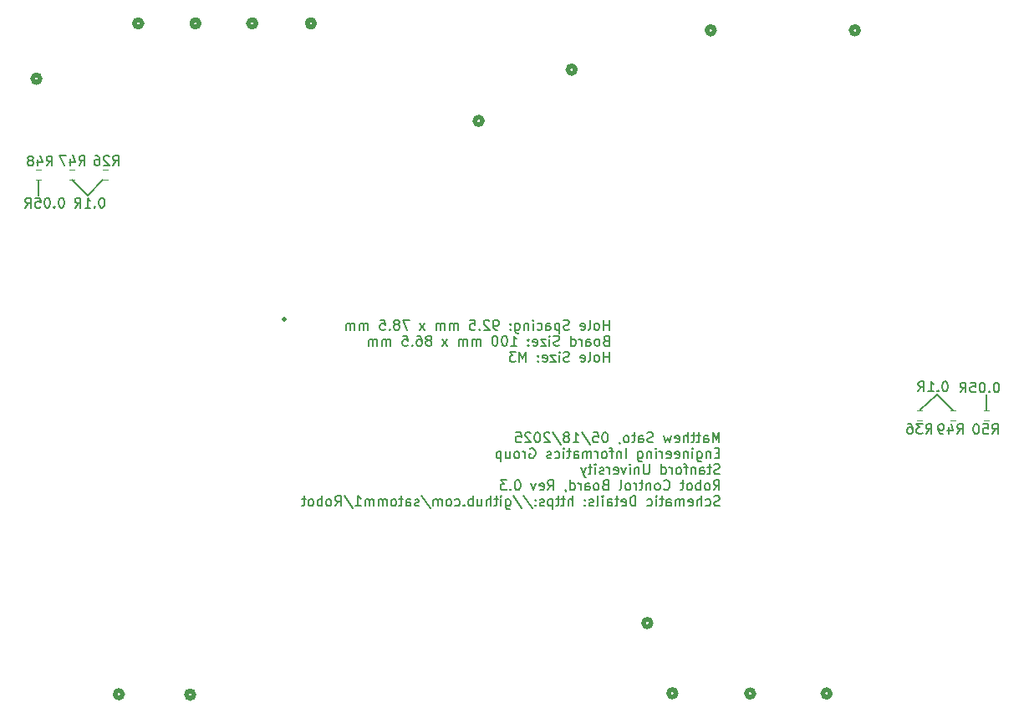
<source format=gbr>
%TF.GenerationSoftware,KiCad,Pcbnew,9.0.2*%
%TF.CreationDate,2025-06-03T12:39:49-07:00*%
%TF.ProjectId,MainBoard,4d61696e-426f-4617-9264-2e6b69636164,0.3*%
%TF.SameCoordinates,Original*%
%TF.FileFunction,Legend,Bot*%
%TF.FilePolarity,Positive*%
%FSLAX46Y46*%
G04 Gerber Fmt 4.6, Leading zero omitted, Abs format (unit mm)*
G04 Created by KiCad (PCBNEW 9.0.2) date 2025-06-03 12:39:49*
%MOMM*%
%LPD*%
G01*
G04 APERTURE LIST*
%ADD10C,0.150000*%
%ADD11C,0.508000*%
%ADD12C,0.254000*%
%ADD13C,0.120000*%
G04 APERTURE END LIST*
D10*
X167437500Y-114222500D02*
X167437500Y-115800000D01*
X263387500Y-136011250D02*
X263387500Y-137588750D01*
X170812500Y-114222500D02*
X172400000Y-115800000D01*
X258406250Y-136011250D02*
X259993750Y-137588750D01*
X172400000Y-115800000D02*
X173932776Y-114222500D01*
X256650000Y-137602500D02*
X258406250Y-136011250D01*
X236363220Y-140830043D02*
X236363220Y-139830043D01*
X236363220Y-139830043D02*
X236029887Y-140544328D01*
X236029887Y-140544328D02*
X235696554Y-139830043D01*
X235696554Y-139830043D02*
X235696554Y-140830043D01*
X234791792Y-140830043D02*
X234791792Y-140306233D01*
X234791792Y-140306233D02*
X234839411Y-140210995D01*
X234839411Y-140210995D02*
X234934649Y-140163376D01*
X234934649Y-140163376D02*
X235125125Y-140163376D01*
X235125125Y-140163376D02*
X235220363Y-140210995D01*
X234791792Y-140782424D02*
X234887030Y-140830043D01*
X234887030Y-140830043D02*
X235125125Y-140830043D01*
X235125125Y-140830043D02*
X235220363Y-140782424D01*
X235220363Y-140782424D02*
X235267982Y-140687185D01*
X235267982Y-140687185D02*
X235267982Y-140591947D01*
X235267982Y-140591947D02*
X235220363Y-140496709D01*
X235220363Y-140496709D02*
X235125125Y-140449090D01*
X235125125Y-140449090D02*
X234887030Y-140449090D01*
X234887030Y-140449090D02*
X234791792Y-140401471D01*
X234458458Y-140163376D02*
X234077506Y-140163376D01*
X234315601Y-139830043D02*
X234315601Y-140687185D01*
X234315601Y-140687185D02*
X234267982Y-140782424D01*
X234267982Y-140782424D02*
X234172744Y-140830043D01*
X234172744Y-140830043D02*
X234077506Y-140830043D01*
X233887029Y-140163376D02*
X233506077Y-140163376D01*
X233744172Y-139830043D02*
X233744172Y-140687185D01*
X233744172Y-140687185D02*
X233696553Y-140782424D01*
X233696553Y-140782424D02*
X233601315Y-140830043D01*
X233601315Y-140830043D02*
X233506077Y-140830043D01*
X233172743Y-140830043D02*
X233172743Y-139830043D01*
X232744172Y-140830043D02*
X232744172Y-140306233D01*
X232744172Y-140306233D02*
X232791791Y-140210995D01*
X232791791Y-140210995D02*
X232887029Y-140163376D01*
X232887029Y-140163376D02*
X233029886Y-140163376D01*
X233029886Y-140163376D02*
X233125124Y-140210995D01*
X233125124Y-140210995D02*
X233172743Y-140258614D01*
X231887029Y-140782424D02*
X231982267Y-140830043D01*
X231982267Y-140830043D02*
X232172743Y-140830043D01*
X232172743Y-140830043D02*
X232267981Y-140782424D01*
X232267981Y-140782424D02*
X232315600Y-140687185D01*
X232315600Y-140687185D02*
X232315600Y-140306233D01*
X232315600Y-140306233D02*
X232267981Y-140210995D01*
X232267981Y-140210995D02*
X232172743Y-140163376D01*
X232172743Y-140163376D02*
X231982267Y-140163376D01*
X231982267Y-140163376D02*
X231887029Y-140210995D01*
X231887029Y-140210995D02*
X231839410Y-140306233D01*
X231839410Y-140306233D02*
X231839410Y-140401471D01*
X231839410Y-140401471D02*
X232315600Y-140496709D01*
X231506076Y-140163376D02*
X231315600Y-140830043D01*
X231315600Y-140830043D02*
X231125124Y-140353852D01*
X231125124Y-140353852D02*
X230934648Y-140830043D01*
X230934648Y-140830043D02*
X230744172Y-140163376D01*
X229648933Y-140782424D02*
X229506076Y-140830043D01*
X229506076Y-140830043D02*
X229267981Y-140830043D01*
X229267981Y-140830043D02*
X229172743Y-140782424D01*
X229172743Y-140782424D02*
X229125124Y-140734804D01*
X229125124Y-140734804D02*
X229077505Y-140639566D01*
X229077505Y-140639566D02*
X229077505Y-140544328D01*
X229077505Y-140544328D02*
X229125124Y-140449090D01*
X229125124Y-140449090D02*
X229172743Y-140401471D01*
X229172743Y-140401471D02*
X229267981Y-140353852D01*
X229267981Y-140353852D02*
X229458457Y-140306233D01*
X229458457Y-140306233D02*
X229553695Y-140258614D01*
X229553695Y-140258614D02*
X229601314Y-140210995D01*
X229601314Y-140210995D02*
X229648933Y-140115757D01*
X229648933Y-140115757D02*
X229648933Y-140020519D01*
X229648933Y-140020519D02*
X229601314Y-139925281D01*
X229601314Y-139925281D02*
X229553695Y-139877662D01*
X229553695Y-139877662D02*
X229458457Y-139830043D01*
X229458457Y-139830043D02*
X229220362Y-139830043D01*
X229220362Y-139830043D02*
X229077505Y-139877662D01*
X228220362Y-140830043D02*
X228220362Y-140306233D01*
X228220362Y-140306233D02*
X228267981Y-140210995D01*
X228267981Y-140210995D02*
X228363219Y-140163376D01*
X228363219Y-140163376D02*
X228553695Y-140163376D01*
X228553695Y-140163376D02*
X228648933Y-140210995D01*
X228220362Y-140782424D02*
X228315600Y-140830043D01*
X228315600Y-140830043D02*
X228553695Y-140830043D01*
X228553695Y-140830043D02*
X228648933Y-140782424D01*
X228648933Y-140782424D02*
X228696552Y-140687185D01*
X228696552Y-140687185D02*
X228696552Y-140591947D01*
X228696552Y-140591947D02*
X228648933Y-140496709D01*
X228648933Y-140496709D02*
X228553695Y-140449090D01*
X228553695Y-140449090D02*
X228315600Y-140449090D01*
X228315600Y-140449090D02*
X228220362Y-140401471D01*
X227887028Y-140163376D02*
X227506076Y-140163376D01*
X227744171Y-139830043D02*
X227744171Y-140687185D01*
X227744171Y-140687185D02*
X227696552Y-140782424D01*
X227696552Y-140782424D02*
X227601314Y-140830043D01*
X227601314Y-140830043D02*
X227506076Y-140830043D01*
X227029885Y-140830043D02*
X227125123Y-140782424D01*
X227125123Y-140782424D02*
X227172742Y-140734804D01*
X227172742Y-140734804D02*
X227220361Y-140639566D01*
X227220361Y-140639566D02*
X227220361Y-140353852D01*
X227220361Y-140353852D02*
X227172742Y-140258614D01*
X227172742Y-140258614D02*
X227125123Y-140210995D01*
X227125123Y-140210995D02*
X227029885Y-140163376D01*
X227029885Y-140163376D02*
X226887028Y-140163376D01*
X226887028Y-140163376D02*
X226791790Y-140210995D01*
X226791790Y-140210995D02*
X226744171Y-140258614D01*
X226744171Y-140258614D02*
X226696552Y-140353852D01*
X226696552Y-140353852D02*
X226696552Y-140639566D01*
X226696552Y-140639566D02*
X226744171Y-140734804D01*
X226744171Y-140734804D02*
X226791790Y-140782424D01*
X226791790Y-140782424D02*
X226887028Y-140830043D01*
X226887028Y-140830043D02*
X227029885Y-140830043D01*
X226220361Y-140782424D02*
X226220361Y-140830043D01*
X226220361Y-140830043D02*
X226267980Y-140925281D01*
X226267980Y-140925281D02*
X226315599Y-140972900D01*
X224839409Y-139830043D02*
X224744171Y-139830043D01*
X224744171Y-139830043D02*
X224648933Y-139877662D01*
X224648933Y-139877662D02*
X224601314Y-139925281D01*
X224601314Y-139925281D02*
X224553695Y-140020519D01*
X224553695Y-140020519D02*
X224506076Y-140210995D01*
X224506076Y-140210995D02*
X224506076Y-140449090D01*
X224506076Y-140449090D02*
X224553695Y-140639566D01*
X224553695Y-140639566D02*
X224601314Y-140734804D01*
X224601314Y-140734804D02*
X224648933Y-140782424D01*
X224648933Y-140782424D02*
X224744171Y-140830043D01*
X224744171Y-140830043D02*
X224839409Y-140830043D01*
X224839409Y-140830043D02*
X224934647Y-140782424D01*
X224934647Y-140782424D02*
X224982266Y-140734804D01*
X224982266Y-140734804D02*
X225029885Y-140639566D01*
X225029885Y-140639566D02*
X225077504Y-140449090D01*
X225077504Y-140449090D02*
X225077504Y-140210995D01*
X225077504Y-140210995D02*
X225029885Y-140020519D01*
X225029885Y-140020519D02*
X224982266Y-139925281D01*
X224982266Y-139925281D02*
X224934647Y-139877662D01*
X224934647Y-139877662D02*
X224839409Y-139830043D01*
X223601314Y-139830043D02*
X224077504Y-139830043D01*
X224077504Y-139830043D02*
X224125123Y-140306233D01*
X224125123Y-140306233D02*
X224077504Y-140258614D01*
X224077504Y-140258614D02*
X223982266Y-140210995D01*
X223982266Y-140210995D02*
X223744171Y-140210995D01*
X223744171Y-140210995D02*
X223648933Y-140258614D01*
X223648933Y-140258614D02*
X223601314Y-140306233D01*
X223601314Y-140306233D02*
X223553695Y-140401471D01*
X223553695Y-140401471D02*
X223553695Y-140639566D01*
X223553695Y-140639566D02*
X223601314Y-140734804D01*
X223601314Y-140734804D02*
X223648933Y-140782424D01*
X223648933Y-140782424D02*
X223744171Y-140830043D01*
X223744171Y-140830043D02*
X223982266Y-140830043D01*
X223982266Y-140830043D02*
X224077504Y-140782424D01*
X224077504Y-140782424D02*
X224125123Y-140734804D01*
X222410838Y-139782424D02*
X223267980Y-141068138D01*
X221553695Y-140830043D02*
X222125123Y-140830043D01*
X221839409Y-140830043D02*
X221839409Y-139830043D01*
X221839409Y-139830043D02*
X221934647Y-139972900D01*
X221934647Y-139972900D02*
X222029885Y-140068138D01*
X222029885Y-140068138D02*
X222125123Y-140115757D01*
X220982266Y-140258614D02*
X221077504Y-140210995D01*
X221077504Y-140210995D02*
X221125123Y-140163376D01*
X221125123Y-140163376D02*
X221172742Y-140068138D01*
X221172742Y-140068138D02*
X221172742Y-140020519D01*
X221172742Y-140020519D02*
X221125123Y-139925281D01*
X221125123Y-139925281D02*
X221077504Y-139877662D01*
X221077504Y-139877662D02*
X220982266Y-139830043D01*
X220982266Y-139830043D02*
X220791790Y-139830043D01*
X220791790Y-139830043D02*
X220696552Y-139877662D01*
X220696552Y-139877662D02*
X220648933Y-139925281D01*
X220648933Y-139925281D02*
X220601314Y-140020519D01*
X220601314Y-140020519D02*
X220601314Y-140068138D01*
X220601314Y-140068138D02*
X220648933Y-140163376D01*
X220648933Y-140163376D02*
X220696552Y-140210995D01*
X220696552Y-140210995D02*
X220791790Y-140258614D01*
X220791790Y-140258614D02*
X220982266Y-140258614D01*
X220982266Y-140258614D02*
X221077504Y-140306233D01*
X221077504Y-140306233D02*
X221125123Y-140353852D01*
X221125123Y-140353852D02*
X221172742Y-140449090D01*
X221172742Y-140449090D02*
X221172742Y-140639566D01*
X221172742Y-140639566D02*
X221125123Y-140734804D01*
X221125123Y-140734804D02*
X221077504Y-140782424D01*
X221077504Y-140782424D02*
X220982266Y-140830043D01*
X220982266Y-140830043D02*
X220791790Y-140830043D01*
X220791790Y-140830043D02*
X220696552Y-140782424D01*
X220696552Y-140782424D02*
X220648933Y-140734804D01*
X220648933Y-140734804D02*
X220601314Y-140639566D01*
X220601314Y-140639566D02*
X220601314Y-140449090D01*
X220601314Y-140449090D02*
X220648933Y-140353852D01*
X220648933Y-140353852D02*
X220696552Y-140306233D01*
X220696552Y-140306233D02*
X220791790Y-140258614D01*
X219458457Y-139782424D02*
X220315599Y-141068138D01*
X219172742Y-139925281D02*
X219125123Y-139877662D01*
X219125123Y-139877662D02*
X219029885Y-139830043D01*
X219029885Y-139830043D02*
X218791790Y-139830043D01*
X218791790Y-139830043D02*
X218696552Y-139877662D01*
X218696552Y-139877662D02*
X218648933Y-139925281D01*
X218648933Y-139925281D02*
X218601314Y-140020519D01*
X218601314Y-140020519D02*
X218601314Y-140115757D01*
X218601314Y-140115757D02*
X218648933Y-140258614D01*
X218648933Y-140258614D02*
X219220361Y-140830043D01*
X219220361Y-140830043D02*
X218601314Y-140830043D01*
X217982266Y-139830043D02*
X217887028Y-139830043D01*
X217887028Y-139830043D02*
X217791790Y-139877662D01*
X217791790Y-139877662D02*
X217744171Y-139925281D01*
X217744171Y-139925281D02*
X217696552Y-140020519D01*
X217696552Y-140020519D02*
X217648933Y-140210995D01*
X217648933Y-140210995D02*
X217648933Y-140449090D01*
X217648933Y-140449090D02*
X217696552Y-140639566D01*
X217696552Y-140639566D02*
X217744171Y-140734804D01*
X217744171Y-140734804D02*
X217791790Y-140782424D01*
X217791790Y-140782424D02*
X217887028Y-140830043D01*
X217887028Y-140830043D02*
X217982266Y-140830043D01*
X217982266Y-140830043D02*
X218077504Y-140782424D01*
X218077504Y-140782424D02*
X218125123Y-140734804D01*
X218125123Y-140734804D02*
X218172742Y-140639566D01*
X218172742Y-140639566D02*
X218220361Y-140449090D01*
X218220361Y-140449090D02*
X218220361Y-140210995D01*
X218220361Y-140210995D02*
X218172742Y-140020519D01*
X218172742Y-140020519D02*
X218125123Y-139925281D01*
X218125123Y-139925281D02*
X218077504Y-139877662D01*
X218077504Y-139877662D02*
X217982266Y-139830043D01*
X217267980Y-139925281D02*
X217220361Y-139877662D01*
X217220361Y-139877662D02*
X217125123Y-139830043D01*
X217125123Y-139830043D02*
X216887028Y-139830043D01*
X216887028Y-139830043D02*
X216791790Y-139877662D01*
X216791790Y-139877662D02*
X216744171Y-139925281D01*
X216744171Y-139925281D02*
X216696552Y-140020519D01*
X216696552Y-140020519D02*
X216696552Y-140115757D01*
X216696552Y-140115757D02*
X216744171Y-140258614D01*
X216744171Y-140258614D02*
X217315599Y-140830043D01*
X217315599Y-140830043D02*
X216696552Y-140830043D01*
X215791790Y-139830043D02*
X216267980Y-139830043D01*
X216267980Y-139830043D02*
X216315599Y-140306233D01*
X216315599Y-140306233D02*
X216267980Y-140258614D01*
X216267980Y-140258614D02*
X216172742Y-140210995D01*
X216172742Y-140210995D02*
X215934647Y-140210995D01*
X215934647Y-140210995D02*
X215839409Y-140258614D01*
X215839409Y-140258614D02*
X215791790Y-140306233D01*
X215791790Y-140306233D02*
X215744171Y-140401471D01*
X215744171Y-140401471D02*
X215744171Y-140639566D01*
X215744171Y-140639566D02*
X215791790Y-140734804D01*
X215791790Y-140734804D02*
X215839409Y-140782424D01*
X215839409Y-140782424D02*
X215934647Y-140830043D01*
X215934647Y-140830043D02*
X216172742Y-140830043D01*
X216172742Y-140830043D02*
X216267980Y-140782424D01*
X216267980Y-140782424D02*
X216315599Y-140734804D01*
X236363220Y-141916177D02*
X236029887Y-141916177D01*
X235887030Y-142439987D02*
X236363220Y-142439987D01*
X236363220Y-142439987D02*
X236363220Y-141439987D01*
X236363220Y-141439987D02*
X235887030Y-141439987D01*
X235458458Y-141773320D02*
X235458458Y-142439987D01*
X235458458Y-141868558D02*
X235410839Y-141820939D01*
X235410839Y-141820939D02*
X235315601Y-141773320D01*
X235315601Y-141773320D02*
X235172744Y-141773320D01*
X235172744Y-141773320D02*
X235077506Y-141820939D01*
X235077506Y-141820939D02*
X235029887Y-141916177D01*
X235029887Y-141916177D02*
X235029887Y-142439987D01*
X234125125Y-141773320D02*
X234125125Y-142582844D01*
X234125125Y-142582844D02*
X234172744Y-142678082D01*
X234172744Y-142678082D02*
X234220363Y-142725701D01*
X234220363Y-142725701D02*
X234315601Y-142773320D01*
X234315601Y-142773320D02*
X234458458Y-142773320D01*
X234458458Y-142773320D02*
X234553696Y-142725701D01*
X234125125Y-142392368D02*
X234220363Y-142439987D01*
X234220363Y-142439987D02*
X234410839Y-142439987D01*
X234410839Y-142439987D02*
X234506077Y-142392368D01*
X234506077Y-142392368D02*
X234553696Y-142344748D01*
X234553696Y-142344748D02*
X234601315Y-142249510D01*
X234601315Y-142249510D02*
X234601315Y-141963796D01*
X234601315Y-141963796D02*
X234553696Y-141868558D01*
X234553696Y-141868558D02*
X234506077Y-141820939D01*
X234506077Y-141820939D02*
X234410839Y-141773320D01*
X234410839Y-141773320D02*
X234220363Y-141773320D01*
X234220363Y-141773320D02*
X234125125Y-141820939D01*
X233648934Y-142439987D02*
X233648934Y-141773320D01*
X233648934Y-141439987D02*
X233696553Y-141487606D01*
X233696553Y-141487606D02*
X233648934Y-141535225D01*
X233648934Y-141535225D02*
X233601315Y-141487606D01*
X233601315Y-141487606D02*
X233648934Y-141439987D01*
X233648934Y-141439987D02*
X233648934Y-141535225D01*
X233172744Y-141773320D02*
X233172744Y-142439987D01*
X233172744Y-141868558D02*
X233125125Y-141820939D01*
X233125125Y-141820939D02*
X233029887Y-141773320D01*
X233029887Y-141773320D02*
X232887030Y-141773320D01*
X232887030Y-141773320D02*
X232791792Y-141820939D01*
X232791792Y-141820939D02*
X232744173Y-141916177D01*
X232744173Y-141916177D02*
X232744173Y-142439987D01*
X231887030Y-142392368D02*
X231982268Y-142439987D01*
X231982268Y-142439987D02*
X232172744Y-142439987D01*
X232172744Y-142439987D02*
X232267982Y-142392368D01*
X232267982Y-142392368D02*
X232315601Y-142297129D01*
X232315601Y-142297129D02*
X232315601Y-141916177D01*
X232315601Y-141916177D02*
X232267982Y-141820939D01*
X232267982Y-141820939D02*
X232172744Y-141773320D01*
X232172744Y-141773320D02*
X231982268Y-141773320D01*
X231982268Y-141773320D02*
X231887030Y-141820939D01*
X231887030Y-141820939D02*
X231839411Y-141916177D01*
X231839411Y-141916177D02*
X231839411Y-142011415D01*
X231839411Y-142011415D02*
X232315601Y-142106653D01*
X231029887Y-142392368D02*
X231125125Y-142439987D01*
X231125125Y-142439987D02*
X231315601Y-142439987D01*
X231315601Y-142439987D02*
X231410839Y-142392368D01*
X231410839Y-142392368D02*
X231458458Y-142297129D01*
X231458458Y-142297129D02*
X231458458Y-141916177D01*
X231458458Y-141916177D02*
X231410839Y-141820939D01*
X231410839Y-141820939D02*
X231315601Y-141773320D01*
X231315601Y-141773320D02*
X231125125Y-141773320D01*
X231125125Y-141773320D02*
X231029887Y-141820939D01*
X231029887Y-141820939D02*
X230982268Y-141916177D01*
X230982268Y-141916177D02*
X230982268Y-142011415D01*
X230982268Y-142011415D02*
X231458458Y-142106653D01*
X230553696Y-142439987D02*
X230553696Y-141773320D01*
X230553696Y-141963796D02*
X230506077Y-141868558D01*
X230506077Y-141868558D02*
X230458458Y-141820939D01*
X230458458Y-141820939D02*
X230363220Y-141773320D01*
X230363220Y-141773320D02*
X230267982Y-141773320D01*
X229934648Y-142439987D02*
X229934648Y-141773320D01*
X229934648Y-141439987D02*
X229982267Y-141487606D01*
X229982267Y-141487606D02*
X229934648Y-141535225D01*
X229934648Y-141535225D02*
X229887029Y-141487606D01*
X229887029Y-141487606D02*
X229934648Y-141439987D01*
X229934648Y-141439987D02*
X229934648Y-141535225D01*
X229458458Y-141773320D02*
X229458458Y-142439987D01*
X229458458Y-141868558D02*
X229410839Y-141820939D01*
X229410839Y-141820939D02*
X229315601Y-141773320D01*
X229315601Y-141773320D02*
X229172744Y-141773320D01*
X229172744Y-141773320D02*
X229077506Y-141820939D01*
X229077506Y-141820939D02*
X229029887Y-141916177D01*
X229029887Y-141916177D02*
X229029887Y-142439987D01*
X228125125Y-141773320D02*
X228125125Y-142582844D01*
X228125125Y-142582844D02*
X228172744Y-142678082D01*
X228172744Y-142678082D02*
X228220363Y-142725701D01*
X228220363Y-142725701D02*
X228315601Y-142773320D01*
X228315601Y-142773320D02*
X228458458Y-142773320D01*
X228458458Y-142773320D02*
X228553696Y-142725701D01*
X228125125Y-142392368D02*
X228220363Y-142439987D01*
X228220363Y-142439987D02*
X228410839Y-142439987D01*
X228410839Y-142439987D02*
X228506077Y-142392368D01*
X228506077Y-142392368D02*
X228553696Y-142344748D01*
X228553696Y-142344748D02*
X228601315Y-142249510D01*
X228601315Y-142249510D02*
X228601315Y-141963796D01*
X228601315Y-141963796D02*
X228553696Y-141868558D01*
X228553696Y-141868558D02*
X228506077Y-141820939D01*
X228506077Y-141820939D02*
X228410839Y-141773320D01*
X228410839Y-141773320D02*
X228220363Y-141773320D01*
X228220363Y-141773320D02*
X228125125Y-141820939D01*
X226887029Y-142439987D02*
X226887029Y-141439987D01*
X226410839Y-141773320D02*
X226410839Y-142439987D01*
X226410839Y-141868558D02*
X226363220Y-141820939D01*
X226363220Y-141820939D02*
X226267982Y-141773320D01*
X226267982Y-141773320D02*
X226125125Y-141773320D01*
X226125125Y-141773320D02*
X226029887Y-141820939D01*
X226029887Y-141820939D02*
X225982268Y-141916177D01*
X225982268Y-141916177D02*
X225982268Y-142439987D01*
X225648934Y-141773320D02*
X225267982Y-141773320D01*
X225506077Y-142439987D02*
X225506077Y-141582844D01*
X225506077Y-141582844D02*
X225458458Y-141487606D01*
X225458458Y-141487606D02*
X225363220Y-141439987D01*
X225363220Y-141439987D02*
X225267982Y-141439987D01*
X224791791Y-142439987D02*
X224887029Y-142392368D01*
X224887029Y-142392368D02*
X224934648Y-142344748D01*
X224934648Y-142344748D02*
X224982267Y-142249510D01*
X224982267Y-142249510D02*
X224982267Y-141963796D01*
X224982267Y-141963796D02*
X224934648Y-141868558D01*
X224934648Y-141868558D02*
X224887029Y-141820939D01*
X224887029Y-141820939D02*
X224791791Y-141773320D01*
X224791791Y-141773320D02*
X224648934Y-141773320D01*
X224648934Y-141773320D02*
X224553696Y-141820939D01*
X224553696Y-141820939D02*
X224506077Y-141868558D01*
X224506077Y-141868558D02*
X224458458Y-141963796D01*
X224458458Y-141963796D02*
X224458458Y-142249510D01*
X224458458Y-142249510D02*
X224506077Y-142344748D01*
X224506077Y-142344748D02*
X224553696Y-142392368D01*
X224553696Y-142392368D02*
X224648934Y-142439987D01*
X224648934Y-142439987D02*
X224791791Y-142439987D01*
X224029886Y-142439987D02*
X224029886Y-141773320D01*
X224029886Y-141963796D02*
X223982267Y-141868558D01*
X223982267Y-141868558D02*
X223934648Y-141820939D01*
X223934648Y-141820939D02*
X223839410Y-141773320D01*
X223839410Y-141773320D02*
X223744172Y-141773320D01*
X223410838Y-142439987D02*
X223410838Y-141773320D01*
X223410838Y-141868558D02*
X223363219Y-141820939D01*
X223363219Y-141820939D02*
X223267981Y-141773320D01*
X223267981Y-141773320D02*
X223125124Y-141773320D01*
X223125124Y-141773320D02*
X223029886Y-141820939D01*
X223029886Y-141820939D02*
X222982267Y-141916177D01*
X222982267Y-141916177D02*
X222982267Y-142439987D01*
X222982267Y-141916177D02*
X222934648Y-141820939D01*
X222934648Y-141820939D02*
X222839410Y-141773320D01*
X222839410Y-141773320D02*
X222696553Y-141773320D01*
X222696553Y-141773320D02*
X222601314Y-141820939D01*
X222601314Y-141820939D02*
X222553695Y-141916177D01*
X222553695Y-141916177D02*
X222553695Y-142439987D01*
X221648934Y-142439987D02*
X221648934Y-141916177D01*
X221648934Y-141916177D02*
X221696553Y-141820939D01*
X221696553Y-141820939D02*
X221791791Y-141773320D01*
X221791791Y-141773320D02*
X221982267Y-141773320D01*
X221982267Y-141773320D02*
X222077505Y-141820939D01*
X221648934Y-142392368D02*
X221744172Y-142439987D01*
X221744172Y-142439987D02*
X221982267Y-142439987D01*
X221982267Y-142439987D02*
X222077505Y-142392368D01*
X222077505Y-142392368D02*
X222125124Y-142297129D01*
X222125124Y-142297129D02*
X222125124Y-142201891D01*
X222125124Y-142201891D02*
X222077505Y-142106653D01*
X222077505Y-142106653D02*
X221982267Y-142059034D01*
X221982267Y-142059034D02*
X221744172Y-142059034D01*
X221744172Y-142059034D02*
X221648934Y-142011415D01*
X221315600Y-141773320D02*
X220934648Y-141773320D01*
X221172743Y-141439987D02*
X221172743Y-142297129D01*
X221172743Y-142297129D02*
X221125124Y-142392368D01*
X221125124Y-142392368D02*
X221029886Y-142439987D01*
X221029886Y-142439987D02*
X220934648Y-142439987D01*
X220601314Y-142439987D02*
X220601314Y-141773320D01*
X220601314Y-141439987D02*
X220648933Y-141487606D01*
X220648933Y-141487606D02*
X220601314Y-141535225D01*
X220601314Y-141535225D02*
X220553695Y-141487606D01*
X220553695Y-141487606D02*
X220601314Y-141439987D01*
X220601314Y-141439987D02*
X220601314Y-141535225D01*
X219696553Y-142392368D02*
X219791791Y-142439987D01*
X219791791Y-142439987D02*
X219982267Y-142439987D01*
X219982267Y-142439987D02*
X220077505Y-142392368D01*
X220077505Y-142392368D02*
X220125124Y-142344748D01*
X220125124Y-142344748D02*
X220172743Y-142249510D01*
X220172743Y-142249510D02*
X220172743Y-141963796D01*
X220172743Y-141963796D02*
X220125124Y-141868558D01*
X220125124Y-141868558D02*
X220077505Y-141820939D01*
X220077505Y-141820939D02*
X219982267Y-141773320D01*
X219982267Y-141773320D02*
X219791791Y-141773320D01*
X219791791Y-141773320D02*
X219696553Y-141820939D01*
X219315600Y-142392368D02*
X219220362Y-142439987D01*
X219220362Y-142439987D02*
X219029886Y-142439987D01*
X219029886Y-142439987D02*
X218934648Y-142392368D01*
X218934648Y-142392368D02*
X218887029Y-142297129D01*
X218887029Y-142297129D02*
X218887029Y-142249510D01*
X218887029Y-142249510D02*
X218934648Y-142154272D01*
X218934648Y-142154272D02*
X219029886Y-142106653D01*
X219029886Y-142106653D02*
X219172743Y-142106653D01*
X219172743Y-142106653D02*
X219267981Y-142059034D01*
X219267981Y-142059034D02*
X219315600Y-141963796D01*
X219315600Y-141963796D02*
X219315600Y-141916177D01*
X219315600Y-141916177D02*
X219267981Y-141820939D01*
X219267981Y-141820939D02*
X219172743Y-141773320D01*
X219172743Y-141773320D02*
X219029886Y-141773320D01*
X219029886Y-141773320D02*
X218934648Y-141820939D01*
X217172743Y-141487606D02*
X217267981Y-141439987D01*
X217267981Y-141439987D02*
X217410838Y-141439987D01*
X217410838Y-141439987D02*
X217553695Y-141487606D01*
X217553695Y-141487606D02*
X217648933Y-141582844D01*
X217648933Y-141582844D02*
X217696552Y-141678082D01*
X217696552Y-141678082D02*
X217744171Y-141868558D01*
X217744171Y-141868558D02*
X217744171Y-142011415D01*
X217744171Y-142011415D02*
X217696552Y-142201891D01*
X217696552Y-142201891D02*
X217648933Y-142297129D01*
X217648933Y-142297129D02*
X217553695Y-142392368D01*
X217553695Y-142392368D02*
X217410838Y-142439987D01*
X217410838Y-142439987D02*
X217315600Y-142439987D01*
X217315600Y-142439987D02*
X217172743Y-142392368D01*
X217172743Y-142392368D02*
X217125124Y-142344748D01*
X217125124Y-142344748D02*
X217125124Y-142011415D01*
X217125124Y-142011415D02*
X217315600Y-142011415D01*
X216696552Y-142439987D02*
X216696552Y-141773320D01*
X216696552Y-141963796D02*
X216648933Y-141868558D01*
X216648933Y-141868558D02*
X216601314Y-141820939D01*
X216601314Y-141820939D02*
X216506076Y-141773320D01*
X216506076Y-141773320D02*
X216410838Y-141773320D01*
X215934647Y-142439987D02*
X216029885Y-142392368D01*
X216029885Y-142392368D02*
X216077504Y-142344748D01*
X216077504Y-142344748D02*
X216125123Y-142249510D01*
X216125123Y-142249510D02*
X216125123Y-141963796D01*
X216125123Y-141963796D02*
X216077504Y-141868558D01*
X216077504Y-141868558D02*
X216029885Y-141820939D01*
X216029885Y-141820939D02*
X215934647Y-141773320D01*
X215934647Y-141773320D02*
X215791790Y-141773320D01*
X215791790Y-141773320D02*
X215696552Y-141820939D01*
X215696552Y-141820939D02*
X215648933Y-141868558D01*
X215648933Y-141868558D02*
X215601314Y-141963796D01*
X215601314Y-141963796D02*
X215601314Y-142249510D01*
X215601314Y-142249510D02*
X215648933Y-142344748D01*
X215648933Y-142344748D02*
X215696552Y-142392368D01*
X215696552Y-142392368D02*
X215791790Y-142439987D01*
X215791790Y-142439987D02*
X215934647Y-142439987D01*
X214744171Y-141773320D02*
X214744171Y-142439987D01*
X215172742Y-141773320D02*
X215172742Y-142297129D01*
X215172742Y-142297129D02*
X215125123Y-142392368D01*
X215125123Y-142392368D02*
X215029885Y-142439987D01*
X215029885Y-142439987D02*
X214887028Y-142439987D01*
X214887028Y-142439987D02*
X214791790Y-142392368D01*
X214791790Y-142392368D02*
X214744171Y-142344748D01*
X214267980Y-141773320D02*
X214267980Y-142773320D01*
X214267980Y-141820939D02*
X214172742Y-141773320D01*
X214172742Y-141773320D02*
X213982266Y-141773320D01*
X213982266Y-141773320D02*
X213887028Y-141820939D01*
X213887028Y-141820939D02*
X213839409Y-141868558D01*
X213839409Y-141868558D02*
X213791790Y-141963796D01*
X213791790Y-141963796D02*
X213791790Y-142249510D01*
X213791790Y-142249510D02*
X213839409Y-142344748D01*
X213839409Y-142344748D02*
X213887028Y-142392368D01*
X213887028Y-142392368D02*
X213982266Y-142439987D01*
X213982266Y-142439987D02*
X214172742Y-142439987D01*
X214172742Y-142439987D02*
X214267980Y-142392368D01*
X236410839Y-144002312D02*
X236267982Y-144049931D01*
X236267982Y-144049931D02*
X236029887Y-144049931D01*
X236029887Y-144049931D02*
X235934649Y-144002312D01*
X235934649Y-144002312D02*
X235887030Y-143954692D01*
X235887030Y-143954692D02*
X235839411Y-143859454D01*
X235839411Y-143859454D02*
X235839411Y-143764216D01*
X235839411Y-143764216D02*
X235887030Y-143668978D01*
X235887030Y-143668978D02*
X235934649Y-143621359D01*
X235934649Y-143621359D02*
X236029887Y-143573740D01*
X236029887Y-143573740D02*
X236220363Y-143526121D01*
X236220363Y-143526121D02*
X236315601Y-143478502D01*
X236315601Y-143478502D02*
X236363220Y-143430883D01*
X236363220Y-143430883D02*
X236410839Y-143335645D01*
X236410839Y-143335645D02*
X236410839Y-143240407D01*
X236410839Y-143240407D02*
X236363220Y-143145169D01*
X236363220Y-143145169D02*
X236315601Y-143097550D01*
X236315601Y-143097550D02*
X236220363Y-143049931D01*
X236220363Y-143049931D02*
X235982268Y-143049931D01*
X235982268Y-143049931D02*
X235839411Y-143097550D01*
X235553696Y-143383264D02*
X235172744Y-143383264D01*
X235410839Y-143049931D02*
X235410839Y-143907073D01*
X235410839Y-143907073D02*
X235363220Y-144002312D01*
X235363220Y-144002312D02*
X235267982Y-144049931D01*
X235267982Y-144049931D02*
X235172744Y-144049931D01*
X234410839Y-144049931D02*
X234410839Y-143526121D01*
X234410839Y-143526121D02*
X234458458Y-143430883D01*
X234458458Y-143430883D02*
X234553696Y-143383264D01*
X234553696Y-143383264D02*
X234744172Y-143383264D01*
X234744172Y-143383264D02*
X234839410Y-143430883D01*
X234410839Y-144002312D02*
X234506077Y-144049931D01*
X234506077Y-144049931D02*
X234744172Y-144049931D01*
X234744172Y-144049931D02*
X234839410Y-144002312D01*
X234839410Y-144002312D02*
X234887029Y-143907073D01*
X234887029Y-143907073D02*
X234887029Y-143811835D01*
X234887029Y-143811835D02*
X234839410Y-143716597D01*
X234839410Y-143716597D02*
X234744172Y-143668978D01*
X234744172Y-143668978D02*
X234506077Y-143668978D01*
X234506077Y-143668978D02*
X234410839Y-143621359D01*
X233934648Y-143383264D02*
X233934648Y-144049931D01*
X233934648Y-143478502D02*
X233887029Y-143430883D01*
X233887029Y-143430883D02*
X233791791Y-143383264D01*
X233791791Y-143383264D02*
X233648934Y-143383264D01*
X233648934Y-143383264D02*
X233553696Y-143430883D01*
X233553696Y-143430883D02*
X233506077Y-143526121D01*
X233506077Y-143526121D02*
X233506077Y-144049931D01*
X233172743Y-143383264D02*
X232791791Y-143383264D01*
X233029886Y-144049931D02*
X233029886Y-143192788D01*
X233029886Y-143192788D02*
X232982267Y-143097550D01*
X232982267Y-143097550D02*
X232887029Y-143049931D01*
X232887029Y-143049931D02*
X232791791Y-143049931D01*
X232315600Y-144049931D02*
X232410838Y-144002312D01*
X232410838Y-144002312D02*
X232458457Y-143954692D01*
X232458457Y-143954692D02*
X232506076Y-143859454D01*
X232506076Y-143859454D02*
X232506076Y-143573740D01*
X232506076Y-143573740D02*
X232458457Y-143478502D01*
X232458457Y-143478502D02*
X232410838Y-143430883D01*
X232410838Y-143430883D02*
X232315600Y-143383264D01*
X232315600Y-143383264D02*
X232172743Y-143383264D01*
X232172743Y-143383264D02*
X232077505Y-143430883D01*
X232077505Y-143430883D02*
X232029886Y-143478502D01*
X232029886Y-143478502D02*
X231982267Y-143573740D01*
X231982267Y-143573740D02*
X231982267Y-143859454D01*
X231982267Y-143859454D02*
X232029886Y-143954692D01*
X232029886Y-143954692D02*
X232077505Y-144002312D01*
X232077505Y-144002312D02*
X232172743Y-144049931D01*
X232172743Y-144049931D02*
X232315600Y-144049931D01*
X231553695Y-144049931D02*
X231553695Y-143383264D01*
X231553695Y-143573740D02*
X231506076Y-143478502D01*
X231506076Y-143478502D02*
X231458457Y-143430883D01*
X231458457Y-143430883D02*
X231363219Y-143383264D01*
X231363219Y-143383264D02*
X231267981Y-143383264D01*
X230506076Y-144049931D02*
X230506076Y-143049931D01*
X230506076Y-144002312D02*
X230601314Y-144049931D01*
X230601314Y-144049931D02*
X230791790Y-144049931D01*
X230791790Y-144049931D02*
X230887028Y-144002312D01*
X230887028Y-144002312D02*
X230934647Y-143954692D01*
X230934647Y-143954692D02*
X230982266Y-143859454D01*
X230982266Y-143859454D02*
X230982266Y-143573740D01*
X230982266Y-143573740D02*
X230934647Y-143478502D01*
X230934647Y-143478502D02*
X230887028Y-143430883D01*
X230887028Y-143430883D02*
X230791790Y-143383264D01*
X230791790Y-143383264D02*
X230601314Y-143383264D01*
X230601314Y-143383264D02*
X230506076Y-143430883D01*
X229267980Y-143049931D02*
X229267980Y-143859454D01*
X229267980Y-143859454D02*
X229220361Y-143954692D01*
X229220361Y-143954692D02*
X229172742Y-144002312D01*
X229172742Y-144002312D02*
X229077504Y-144049931D01*
X229077504Y-144049931D02*
X228887028Y-144049931D01*
X228887028Y-144049931D02*
X228791790Y-144002312D01*
X228791790Y-144002312D02*
X228744171Y-143954692D01*
X228744171Y-143954692D02*
X228696552Y-143859454D01*
X228696552Y-143859454D02*
X228696552Y-143049931D01*
X228220361Y-143383264D02*
X228220361Y-144049931D01*
X228220361Y-143478502D02*
X228172742Y-143430883D01*
X228172742Y-143430883D02*
X228077504Y-143383264D01*
X228077504Y-143383264D02*
X227934647Y-143383264D01*
X227934647Y-143383264D02*
X227839409Y-143430883D01*
X227839409Y-143430883D02*
X227791790Y-143526121D01*
X227791790Y-143526121D02*
X227791790Y-144049931D01*
X227315599Y-144049931D02*
X227315599Y-143383264D01*
X227315599Y-143049931D02*
X227363218Y-143097550D01*
X227363218Y-143097550D02*
X227315599Y-143145169D01*
X227315599Y-143145169D02*
X227267980Y-143097550D01*
X227267980Y-143097550D02*
X227315599Y-143049931D01*
X227315599Y-143049931D02*
X227315599Y-143145169D01*
X226934647Y-143383264D02*
X226696552Y-144049931D01*
X226696552Y-144049931D02*
X226458457Y-143383264D01*
X225696552Y-144002312D02*
X225791790Y-144049931D01*
X225791790Y-144049931D02*
X225982266Y-144049931D01*
X225982266Y-144049931D02*
X226077504Y-144002312D01*
X226077504Y-144002312D02*
X226125123Y-143907073D01*
X226125123Y-143907073D02*
X226125123Y-143526121D01*
X226125123Y-143526121D02*
X226077504Y-143430883D01*
X226077504Y-143430883D02*
X225982266Y-143383264D01*
X225982266Y-143383264D02*
X225791790Y-143383264D01*
X225791790Y-143383264D02*
X225696552Y-143430883D01*
X225696552Y-143430883D02*
X225648933Y-143526121D01*
X225648933Y-143526121D02*
X225648933Y-143621359D01*
X225648933Y-143621359D02*
X226125123Y-143716597D01*
X225220361Y-144049931D02*
X225220361Y-143383264D01*
X225220361Y-143573740D02*
X225172742Y-143478502D01*
X225172742Y-143478502D02*
X225125123Y-143430883D01*
X225125123Y-143430883D02*
X225029885Y-143383264D01*
X225029885Y-143383264D02*
X224934647Y-143383264D01*
X224648932Y-144002312D02*
X224553694Y-144049931D01*
X224553694Y-144049931D02*
X224363218Y-144049931D01*
X224363218Y-144049931D02*
X224267980Y-144002312D01*
X224267980Y-144002312D02*
X224220361Y-143907073D01*
X224220361Y-143907073D02*
X224220361Y-143859454D01*
X224220361Y-143859454D02*
X224267980Y-143764216D01*
X224267980Y-143764216D02*
X224363218Y-143716597D01*
X224363218Y-143716597D02*
X224506075Y-143716597D01*
X224506075Y-143716597D02*
X224601313Y-143668978D01*
X224601313Y-143668978D02*
X224648932Y-143573740D01*
X224648932Y-143573740D02*
X224648932Y-143526121D01*
X224648932Y-143526121D02*
X224601313Y-143430883D01*
X224601313Y-143430883D02*
X224506075Y-143383264D01*
X224506075Y-143383264D02*
X224363218Y-143383264D01*
X224363218Y-143383264D02*
X224267980Y-143430883D01*
X223791789Y-144049931D02*
X223791789Y-143383264D01*
X223791789Y-143049931D02*
X223839408Y-143097550D01*
X223839408Y-143097550D02*
X223791789Y-143145169D01*
X223791789Y-143145169D02*
X223744170Y-143097550D01*
X223744170Y-143097550D02*
X223791789Y-143049931D01*
X223791789Y-143049931D02*
X223791789Y-143145169D01*
X223458456Y-143383264D02*
X223077504Y-143383264D01*
X223315599Y-143049931D02*
X223315599Y-143907073D01*
X223315599Y-143907073D02*
X223267980Y-144002312D01*
X223267980Y-144002312D02*
X223172742Y-144049931D01*
X223172742Y-144049931D02*
X223077504Y-144049931D01*
X222839408Y-143383264D02*
X222601313Y-144049931D01*
X222363218Y-143383264D02*
X222601313Y-144049931D01*
X222601313Y-144049931D02*
X222696551Y-144288026D01*
X222696551Y-144288026D02*
X222744170Y-144335645D01*
X222744170Y-144335645D02*
X222839408Y-144383264D01*
X235791792Y-145659875D02*
X236125125Y-145183684D01*
X236363220Y-145659875D02*
X236363220Y-144659875D01*
X236363220Y-144659875D02*
X235982268Y-144659875D01*
X235982268Y-144659875D02*
X235887030Y-144707494D01*
X235887030Y-144707494D02*
X235839411Y-144755113D01*
X235839411Y-144755113D02*
X235791792Y-144850351D01*
X235791792Y-144850351D02*
X235791792Y-144993208D01*
X235791792Y-144993208D02*
X235839411Y-145088446D01*
X235839411Y-145088446D02*
X235887030Y-145136065D01*
X235887030Y-145136065D02*
X235982268Y-145183684D01*
X235982268Y-145183684D02*
X236363220Y-145183684D01*
X235220363Y-145659875D02*
X235315601Y-145612256D01*
X235315601Y-145612256D02*
X235363220Y-145564636D01*
X235363220Y-145564636D02*
X235410839Y-145469398D01*
X235410839Y-145469398D02*
X235410839Y-145183684D01*
X235410839Y-145183684D02*
X235363220Y-145088446D01*
X235363220Y-145088446D02*
X235315601Y-145040827D01*
X235315601Y-145040827D02*
X235220363Y-144993208D01*
X235220363Y-144993208D02*
X235077506Y-144993208D01*
X235077506Y-144993208D02*
X234982268Y-145040827D01*
X234982268Y-145040827D02*
X234934649Y-145088446D01*
X234934649Y-145088446D02*
X234887030Y-145183684D01*
X234887030Y-145183684D02*
X234887030Y-145469398D01*
X234887030Y-145469398D02*
X234934649Y-145564636D01*
X234934649Y-145564636D02*
X234982268Y-145612256D01*
X234982268Y-145612256D02*
X235077506Y-145659875D01*
X235077506Y-145659875D02*
X235220363Y-145659875D01*
X234458458Y-145659875D02*
X234458458Y-144659875D01*
X234458458Y-145040827D02*
X234363220Y-144993208D01*
X234363220Y-144993208D02*
X234172744Y-144993208D01*
X234172744Y-144993208D02*
X234077506Y-145040827D01*
X234077506Y-145040827D02*
X234029887Y-145088446D01*
X234029887Y-145088446D02*
X233982268Y-145183684D01*
X233982268Y-145183684D02*
X233982268Y-145469398D01*
X233982268Y-145469398D02*
X234029887Y-145564636D01*
X234029887Y-145564636D02*
X234077506Y-145612256D01*
X234077506Y-145612256D02*
X234172744Y-145659875D01*
X234172744Y-145659875D02*
X234363220Y-145659875D01*
X234363220Y-145659875D02*
X234458458Y-145612256D01*
X233410839Y-145659875D02*
X233506077Y-145612256D01*
X233506077Y-145612256D02*
X233553696Y-145564636D01*
X233553696Y-145564636D02*
X233601315Y-145469398D01*
X233601315Y-145469398D02*
X233601315Y-145183684D01*
X233601315Y-145183684D02*
X233553696Y-145088446D01*
X233553696Y-145088446D02*
X233506077Y-145040827D01*
X233506077Y-145040827D02*
X233410839Y-144993208D01*
X233410839Y-144993208D02*
X233267982Y-144993208D01*
X233267982Y-144993208D02*
X233172744Y-145040827D01*
X233172744Y-145040827D02*
X233125125Y-145088446D01*
X233125125Y-145088446D02*
X233077506Y-145183684D01*
X233077506Y-145183684D02*
X233077506Y-145469398D01*
X233077506Y-145469398D02*
X233125125Y-145564636D01*
X233125125Y-145564636D02*
X233172744Y-145612256D01*
X233172744Y-145612256D02*
X233267982Y-145659875D01*
X233267982Y-145659875D02*
X233410839Y-145659875D01*
X232791791Y-144993208D02*
X232410839Y-144993208D01*
X232648934Y-144659875D02*
X232648934Y-145517017D01*
X232648934Y-145517017D02*
X232601315Y-145612256D01*
X232601315Y-145612256D02*
X232506077Y-145659875D01*
X232506077Y-145659875D02*
X232410839Y-145659875D01*
X230744172Y-145564636D02*
X230791791Y-145612256D01*
X230791791Y-145612256D02*
X230934648Y-145659875D01*
X230934648Y-145659875D02*
X231029886Y-145659875D01*
X231029886Y-145659875D02*
X231172743Y-145612256D01*
X231172743Y-145612256D02*
X231267981Y-145517017D01*
X231267981Y-145517017D02*
X231315600Y-145421779D01*
X231315600Y-145421779D02*
X231363219Y-145231303D01*
X231363219Y-145231303D02*
X231363219Y-145088446D01*
X231363219Y-145088446D02*
X231315600Y-144897970D01*
X231315600Y-144897970D02*
X231267981Y-144802732D01*
X231267981Y-144802732D02*
X231172743Y-144707494D01*
X231172743Y-144707494D02*
X231029886Y-144659875D01*
X231029886Y-144659875D02*
X230934648Y-144659875D01*
X230934648Y-144659875D02*
X230791791Y-144707494D01*
X230791791Y-144707494D02*
X230744172Y-144755113D01*
X230172743Y-145659875D02*
X230267981Y-145612256D01*
X230267981Y-145612256D02*
X230315600Y-145564636D01*
X230315600Y-145564636D02*
X230363219Y-145469398D01*
X230363219Y-145469398D02*
X230363219Y-145183684D01*
X230363219Y-145183684D02*
X230315600Y-145088446D01*
X230315600Y-145088446D02*
X230267981Y-145040827D01*
X230267981Y-145040827D02*
X230172743Y-144993208D01*
X230172743Y-144993208D02*
X230029886Y-144993208D01*
X230029886Y-144993208D02*
X229934648Y-145040827D01*
X229934648Y-145040827D02*
X229887029Y-145088446D01*
X229887029Y-145088446D02*
X229839410Y-145183684D01*
X229839410Y-145183684D02*
X229839410Y-145469398D01*
X229839410Y-145469398D02*
X229887029Y-145564636D01*
X229887029Y-145564636D02*
X229934648Y-145612256D01*
X229934648Y-145612256D02*
X230029886Y-145659875D01*
X230029886Y-145659875D02*
X230172743Y-145659875D01*
X229410838Y-144993208D02*
X229410838Y-145659875D01*
X229410838Y-145088446D02*
X229363219Y-145040827D01*
X229363219Y-145040827D02*
X229267981Y-144993208D01*
X229267981Y-144993208D02*
X229125124Y-144993208D01*
X229125124Y-144993208D02*
X229029886Y-145040827D01*
X229029886Y-145040827D02*
X228982267Y-145136065D01*
X228982267Y-145136065D02*
X228982267Y-145659875D01*
X228648933Y-144993208D02*
X228267981Y-144993208D01*
X228506076Y-144659875D02*
X228506076Y-145517017D01*
X228506076Y-145517017D02*
X228458457Y-145612256D01*
X228458457Y-145612256D02*
X228363219Y-145659875D01*
X228363219Y-145659875D02*
X228267981Y-145659875D01*
X227934647Y-145659875D02*
X227934647Y-144993208D01*
X227934647Y-145183684D02*
X227887028Y-145088446D01*
X227887028Y-145088446D02*
X227839409Y-145040827D01*
X227839409Y-145040827D02*
X227744171Y-144993208D01*
X227744171Y-144993208D02*
X227648933Y-144993208D01*
X227172742Y-145659875D02*
X227267980Y-145612256D01*
X227267980Y-145612256D02*
X227315599Y-145564636D01*
X227315599Y-145564636D02*
X227363218Y-145469398D01*
X227363218Y-145469398D02*
X227363218Y-145183684D01*
X227363218Y-145183684D02*
X227315599Y-145088446D01*
X227315599Y-145088446D02*
X227267980Y-145040827D01*
X227267980Y-145040827D02*
X227172742Y-144993208D01*
X227172742Y-144993208D02*
X227029885Y-144993208D01*
X227029885Y-144993208D02*
X226934647Y-145040827D01*
X226934647Y-145040827D02*
X226887028Y-145088446D01*
X226887028Y-145088446D02*
X226839409Y-145183684D01*
X226839409Y-145183684D02*
X226839409Y-145469398D01*
X226839409Y-145469398D02*
X226887028Y-145564636D01*
X226887028Y-145564636D02*
X226934647Y-145612256D01*
X226934647Y-145612256D02*
X227029885Y-145659875D01*
X227029885Y-145659875D02*
X227172742Y-145659875D01*
X226267980Y-145659875D02*
X226363218Y-145612256D01*
X226363218Y-145612256D02*
X226410837Y-145517017D01*
X226410837Y-145517017D02*
X226410837Y-144659875D01*
X224791789Y-145136065D02*
X224648932Y-145183684D01*
X224648932Y-145183684D02*
X224601313Y-145231303D01*
X224601313Y-145231303D02*
X224553694Y-145326541D01*
X224553694Y-145326541D02*
X224553694Y-145469398D01*
X224553694Y-145469398D02*
X224601313Y-145564636D01*
X224601313Y-145564636D02*
X224648932Y-145612256D01*
X224648932Y-145612256D02*
X224744170Y-145659875D01*
X224744170Y-145659875D02*
X225125122Y-145659875D01*
X225125122Y-145659875D02*
X225125122Y-144659875D01*
X225125122Y-144659875D02*
X224791789Y-144659875D01*
X224791789Y-144659875D02*
X224696551Y-144707494D01*
X224696551Y-144707494D02*
X224648932Y-144755113D01*
X224648932Y-144755113D02*
X224601313Y-144850351D01*
X224601313Y-144850351D02*
X224601313Y-144945589D01*
X224601313Y-144945589D02*
X224648932Y-145040827D01*
X224648932Y-145040827D02*
X224696551Y-145088446D01*
X224696551Y-145088446D02*
X224791789Y-145136065D01*
X224791789Y-145136065D02*
X225125122Y-145136065D01*
X223982265Y-145659875D02*
X224077503Y-145612256D01*
X224077503Y-145612256D02*
X224125122Y-145564636D01*
X224125122Y-145564636D02*
X224172741Y-145469398D01*
X224172741Y-145469398D02*
X224172741Y-145183684D01*
X224172741Y-145183684D02*
X224125122Y-145088446D01*
X224125122Y-145088446D02*
X224077503Y-145040827D01*
X224077503Y-145040827D02*
X223982265Y-144993208D01*
X223982265Y-144993208D02*
X223839408Y-144993208D01*
X223839408Y-144993208D02*
X223744170Y-145040827D01*
X223744170Y-145040827D02*
X223696551Y-145088446D01*
X223696551Y-145088446D02*
X223648932Y-145183684D01*
X223648932Y-145183684D02*
X223648932Y-145469398D01*
X223648932Y-145469398D02*
X223696551Y-145564636D01*
X223696551Y-145564636D02*
X223744170Y-145612256D01*
X223744170Y-145612256D02*
X223839408Y-145659875D01*
X223839408Y-145659875D02*
X223982265Y-145659875D01*
X222791789Y-145659875D02*
X222791789Y-145136065D01*
X222791789Y-145136065D02*
X222839408Y-145040827D01*
X222839408Y-145040827D02*
X222934646Y-144993208D01*
X222934646Y-144993208D02*
X223125122Y-144993208D01*
X223125122Y-144993208D02*
X223220360Y-145040827D01*
X222791789Y-145612256D02*
X222887027Y-145659875D01*
X222887027Y-145659875D02*
X223125122Y-145659875D01*
X223125122Y-145659875D02*
X223220360Y-145612256D01*
X223220360Y-145612256D02*
X223267979Y-145517017D01*
X223267979Y-145517017D02*
X223267979Y-145421779D01*
X223267979Y-145421779D02*
X223220360Y-145326541D01*
X223220360Y-145326541D02*
X223125122Y-145278922D01*
X223125122Y-145278922D02*
X222887027Y-145278922D01*
X222887027Y-145278922D02*
X222791789Y-145231303D01*
X222315598Y-145659875D02*
X222315598Y-144993208D01*
X222315598Y-145183684D02*
X222267979Y-145088446D01*
X222267979Y-145088446D02*
X222220360Y-145040827D01*
X222220360Y-145040827D02*
X222125122Y-144993208D01*
X222125122Y-144993208D02*
X222029884Y-144993208D01*
X221267979Y-145659875D02*
X221267979Y-144659875D01*
X221267979Y-145612256D02*
X221363217Y-145659875D01*
X221363217Y-145659875D02*
X221553693Y-145659875D01*
X221553693Y-145659875D02*
X221648931Y-145612256D01*
X221648931Y-145612256D02*
X221696550Y-145564636D01*
X221696550Y-145564636D02*
X221744169Y-145469398D01*
X221744169Y-145469398D02*
X221744169Y-145183684D01*
X221744169Y-145183684D02*
X221696550Y-145088446D01*
X221696550Y-145088446D02*
X221648931Y-145040827D01*
X221648931Y-145040827D02*
X221553693Y-144993208D01*
X221553693Y-144993208D02*
X221363217Y-144993208D01*
X221363217Y-144993208D02*
X221267979Y-145040827D01*
X220744169Y-145612256D02*
X220744169Y-145659875D01*
X220744169Y-145659875D02*
X220791788Y-145755113D01*
X220791788Y-145755113D02*
X220839407Y-145802732D01*
X218982265Y-145659875D02*
X219315598Y-145183684D01*
X219553693Y-145659875D02*
X219553693Y-144659875D01*
X219553693Y-144659875D02*
X219172741Y-144659875D01*
X219172741Y-144659875D02*
X219077503Y-144707494D01*
X219077503Y-144707494D02*
X219029884Y-144755113D01*
X219029884Y-144755113D02*
X218982265Y-144850351D01*
X218982265Y-144850351D02*
X218982265Y-144993208D01*
X218982265Y-144993208D02*
X219029884Y-145088446D01*
X219029884Y-145088446D02*
X219077503Y-145136065D01*
X219077503Y-145136065D02*
X219172741Y-145183684D01*
X219172741Y-145183684D02*
X219553693Y-145183684D01*
X218172741Y-145612256D02*
X218267979Y-145659875D01*
X218267979Y-145659875D02*
X218458455Y-145659875D01*
X218458455Y-145659875D02*
X218553693Y-145612256D01*
X218553693Y-145612256D02*
X218601312Y-145517017D01*
X218601312Y-145517017D02*
X218601312Y-145136065D01*
X218601312Y-145136065D02*
X218553693Y-145040827D01*
X218553693Y-145040827D02*
X218458455Y-144993208D01*
X218458455Y-144993208D02*
X218267979Y-144993208D01*
X218267979Y-144993208D02*
X218172741Y-145040827D01*
X218172741Y-145040827D02*
X218125122Y-145136065D01*
X218125122Y-145136065D02*
X218125122Y-145231303D01*
X218125122Y-145231303D02*
X218601312Y-145326541D01*
X217791788Y-144993208D02*
X217553693Y-145659875D01*
X217553693Y-145659875D02*
X217315598Y-144993208D01*
X215982264Y-144659875D02*
X215887026Y-144659875D01*
X215887026Y-144659875D02*
X215791788Y-144707494D01*
X215791788Y-144707494D02*
X215744169Y-144755113D01*
X215744169Y-144755113D02*
X215696550Y-144850351D01*
X215696550Y-144850351D02*
X215648931Y-145040827D01*
X215648931Y-145040827D02*
X215648931Y-145278922D01*
X215648931Y-145278922D02*
X215696550Y-145469398D01*
X215696550Y-145469398D02*
X215744169Y-145564636D01*
X215744169Y-145564636D02*
X215791788Y-145612256D01*
X215791788Y-145612256D02*
X215887026Y-145659875D01*
X215887026Y-145659875D02*
X215982264Y-145659875D01*
X215982264Y-145659875D02*
X216077502Y-145612256D01*
X216077502Y-145612256D02*
X216125121Y-145564636D01*
X216125121Y-145564636D02*
X216172740Y-145469398D01*
X216172740Y-145469398D02*
X216220359Y-145278922D01*
X216220359Y-145278922D02*
X216220359Y-145040827D01*
X216220359Y-145040827D02*
X216172740Y-144850351D01*
X216172740Y-144850351D02*
X216125121Y-144755113D01*
X216125121Y-144755113D02*
X216077502Y-144707494D01*
X216077502Y-144707494D02*
X215982264Y-144659875D01*
X215220359Y-145564636D02*
X215172740Y-145612256D01*
X215172740Y-145612256D02*
X215220359Y-145659875D01*
X215220359Y-145659875D02*
X215267978Y-145612256D01*
X215267978Y-145612256D02*
X215220359Y-145564636D01*
X215220359Y-145564636D02*
X215220359Y-145659875D01*
X214839407Y-144659875D02*
X214220360Y-144659875D01*
X214220360Y-144659875D02*
X214553693Y-145040827D01*
X214553693Y-145040827D02*
X214410836Y-145040827D01*
X214410836Y-145040827D02*
X214315598Y-145088446D01*
X214315598Y-145088446D02*
X214267979Y-145136065D01*
X214267979Y-145136065D02*
X214220360Y-145231303D01*
X214220360Y-145231303D02*
X214220360Y-145469398D01*
X214220360Y-145469398D02*
X214267979Y-145564636D01*
X214267979Y-145564636D02*
X214315598Y-145612256D01*
X214315598Y-145612256D02*
X214410836Y-145659875D01*
X214410836Y-145659875D02*
X214696550Y-145659875D01*
X214696550Y-145659875D02*
X214791788Y-145612256D01*
X214791788Y-145612256D02*
X214839407Y-145564636D01*
X236410839Y-147222200D02*
X236267982Y-147269819D01*
X236267982Y-147269819D02*
X236029887Y-147269819D01*
X236029887Y-147269819D02*
X235934649Y-147222200D01*
X235934649Y-147222200D02*
X235887030Y-147174580D01*
X235887030Y-147174580D02*
X235839411Y-147079342D01*
X235839411Y-147079342D02*
X235839411Y-146984104D01*
X235839411Y-146984104D02*
X235887030Y-146888866D01*
X235887030Y-146888866D02*
X235934649Y-146841247D01*
X235934649Y-146841247D02*
X236029887Y-146793628D01*
X236029887Y-146793628D02*
X236220363Y-146746009D01*
X236220363Y-146746009D02*
X236315601Y-146698390D01*
X236315601Y-146698390D02*
X236363220Y-146650771D01*
X236363220Y-146650771D02*
X236410839Y-146555533D01*
X236410839Y-146555533D02*
X236410839Y-146460295D01*
X236410839Y-146460295D02*
X236363220Y-146365057D01*
X236363220Y-146365057D02*
X236315601Y-146317438D01*
X236315601Y-146317438D02*
X236220363Y-146269819D01*
X236220363Y-146269819D02*
X235982268Y-146269819D01*
X235982268Y-146269819D02*
X235839411Y-146317438D01*
X234982268Y-147222200D02*
X235077506Y-147269819D01*
X235077506Y-147269819D02*
X235267982Y-147269819D01*
X235267982Y-147269819D02*
X235363220Y-147222200D01*
X235363220Y-147222200D02*
X235410839Y-147174580D01*
X235410839Y-147174580D02*
X235458458Y-147079342D01*
X235458458Y-147079342D02*
X235458458Y-146793628D01*
X235458458Y-146793628D02*
X235410839Y-146698390D01*
X235410839Y-146698390D02*
X235363220Y-146650771D01*
X235363220Y-146650771D02*
X235267982Y-146603152D01*
X235267982Y-146603152D02*
X235077506Y-146603152D01*
X235077506Y-146603152D02*
X234982268Y-146650771D01*
X234553696Y-147269819D02*
X234553696Y-146269819D01*
X234125125Y-147269819D02*
X234125125Y-146746009D01*
X234125125Y-146746009D02*
X234172744Y-146650771D01*
X234172744Y-146650771D02*
X234267982Y-146603152D01*
X234267982Y-146603152D02*
X234410839Y-146603152D01*
X234410839Y-146603152D02*
X234506077Y-146650771D01*
X234506077Y-146650771D02*
X234553696Y-146698390D01*
X233267982Y-147222200D02*
X233363220Y-147269819D01*
X233363220Y-147269819D02*
X233553696Y-147269819D01*
X233553696Y-147269819D02*
X233648934Y-147222200D01*
X233648934Y-147222200D02*
X233696553Y-147126961D01*
X233696553Y-147126961D02*
X233696553Y-146746009D01*
X233696553Y-146746009D02*
X233648934Y-146650771D01*
X233648934Y-146650771D02*
X233553696Y-146603152D01*
X233553696Y-146603152D02*
X233363220Y-146603152D01*
X233363220Y-146603152D02*
X233267982Y-146650771D01*
X233267982Y-146650771D02*
X233220363Y-146746009D01*
X233220363Y-146746009D02*
X233220363Y-146841247D01*
X233220363Y-146841247D02*
X233696553Y-146936485D01*
X232791791Y-147269819D02*
X232791791Y-146603152D01*
X232791791Y-146698390D02*
X232744172Y-146650771D01*
X232744172Y-146650771D02*
X232648934Y-146603152D01*
X232648934Y-146603152D02*
X232506077Y-146603152D01*
X232506077Y-146603152D02*
X232410839Y-146650771D01*
X232410839Y-146650771D02*
X232363220Y-146746009D01*
X232363220Y-146746009D02*
X232363220Y-147269819D01*
X232363220Y-146746009D02*
X232315601Y-146650771D01*
X232315601Y-146650771D02*
X232220363Y-146603152D01*
X232220363Y-146603152D02*
X232077506Y-146603152D01*
X232077506Y-146603152D02*
X231982267Y-146650771D01*
X231982267Y-146650771D02*
X231934648Y-146746009D01*
X231934648Y-146746009D02*
X231934648Y-147269819D01*
X231029887Y-147269819D02*
X231029887Y-146746009D01*
X231029887Y-146746009D02*
X231077506Y-146650771D01*
X231077506Y-146650771D02*
X231172744Y-146603152D01*
X231172744Y-146603152D02*
X231363220Y-146603152D01*
X231363220Y-146603152D02*
X231458458Y-146650771D01*
X231029887Y-147222200D02*
X231125125Y-147269819D01*
X231125125Y-147269819D02*
X231363220Y-147269819D01*
X231363220Y-147269819D02*
X231458458Y-147222200D01*
X231458458Y-147222200D02*
X231506077Y-147126961D01*
X231506077Y-147126961D02*
X231506077Y-147031723D01*
X231506077Y-147031723D02*
X231458458Y-146936485D01*
X231458458Y-146936485D02*
X231363220Y-146888866D01*
X231363220Y-146888866D02*
X231125125Y-146888866D01*
X231125125Y-146888866D02*
X231029887Y-146841247D01*
X230696553Y-146603152D02*
X230315601Y-146603152D01*
X230553696Y-146269819D02*
X230553696Y-147126961D01*
X230553696Y-147126961D02*
X230506077Y-147222200D01*
X230506077Y-147222200D02*
X230410839Y-147269819D01*
X230410839Y-147269819D02*
X230315601Y-147269819D01*
X229982267Y-147269819D02*
X229982267Y-146603152D01*
X229982267Y-146269819D02*
X230029886Y-146317438D01*
X230029886Y-146317438D02*
X229982267Y-146365057D01*
X229982267Y-146365057D02*
X229934648Y-146317438D01*
X229934648Y-146317438D02*
X229982267Y-146269819D01*
X229982267Y-146269819D02*
X229982267Y-146365057D01*
X229077506Y-147222200D02*
X229172744Y-147269819D01*
X229172744Y-147269819D02*
X229363220Y-147269819D01*
X229363220Y-147269819D02*
X229458458Y-147222200D01*
X229458458Y-147222200D02*
X229506077Y-147174580D01*
X229506077Y-147174580D02*
X229553696Y-147079342D01*
X229553696Y-147079342D02*
X229553696Y-146793628D01*
X229553696Y-146793628D02*
X229506077Y-146698390D01*
X229506077Y-146698390D02*
X229458458Y-146650771D01*
X229458458Y-146650771D02*
X229363220Y-146603152D01*
X229363220Y-146603152D02*
X229172744Y-146603152D01*
X229172744Y-146603152D02*
X229077506Y-146650771D01*
X227887029Y-147269819D02*
X227887029Y-146269819D01*
X227887029Y-146269819D02*
X227648934Y-146269819D01*
X227648934Y-146269819D02*
X227506077Y-146317438D01*
X227506077Y-146317438D02*
X227410839Y-146412676D01*
X227410839Y-146412676D02*
X227363220Y-146507914D01*
X227363220Y-146507914D02*
X227315601Y-146698390D01*
X227315601Y-146698390D02*
X227315601Y-146841247D01*
X227315601Y-146841247D02*
X227363220Y-147031723D01*
X227363220Y-147031723D02*
X227410839Y-147126961D01*
X227410839Y-147126961D02*
X227506077Y-147222200D01*
X227506077Y-147222200D02*
X227648934Y-147269819D01*
X227648934Y-147269819D02*
X227887029Y-147269819D01*
X226506077Y-147222200D02*
X226601315Y-147269819D01*
X226601315Y-147269819D02*
X226791791Y-147269819D01*
X226791791Y-147269819D02*
X226887029Y-147222200D01*
X226887029Y-147222200D02*
X226934648Y-147126961D01*
X226934648Y-147126961D02*
X226934648Y-146746009D01*
X226934648Y-146746009D02*
X226887029Y-146650771D01*
X226887029Y-146650771D02*
X226791791Y-146603152D01*
X226791791Y-146603152D02*
X226601315Y-146603152D01*
X226601315Y-146603152D02*
X226506077Y-146650771D01*
X226506077Y-146650771D02*
X226458458Y-146746009D01*
X226458458Y-146746009D02*
X226458458Y-146841247D01*
X226458458Y-146841247D02*
X226934648Y-146936485D01*
X226172743Y-146603152D02*
X225791791Y-146603152D01*
X226029886Y-146269819D02*
X226029886Y-147126961D01*
X226029886Y-147126961D02*
X225982267Y-147222200D01*
X225982267Y-147222200D02*
X225887029Y-147269819D01*
X225887029Y-147269819D02*
X225791791Y-147269819D01*
X225029886Y-147269819D02*
X225029886Y-146746009D01*
X225029886Y-146746009D02*
X225077505Y-146650771D01*
X225077505Y-146650771D02*
X225172743Y-146603152D01*
X225172743Y-146603152D02*
X225363219Y-146603152D01*
X225363219Y-146603152D02*
X225458457Y-146650771D01*
X225029886Y-147222200D02*
X225125124Y-147269819D01*
X225125124Y-147269819D02*
X225363219Y-147269819D01*
X225363219Y-147269819D02*
X225458457Y-147222200D01*
X225458457Y-147222200D02*
X225506076Y-147126961D01*
X225506076Y-147126961D02*
X225506076Y-147031723D01*
X225506076Y-147031723D02*
X225458457Y-146936485D01*
X225458457Y-146936485D02*
X225363219Y-146888866D01*
X225363219Y-146888866D02*
X225125124Y-146888866D01*
X225125124Y-146888866D02*
X225029886Y-146841247D01*
X224553695Y-147269819D02*
X224553695Y-146603152D01*
X224553695Y-146269819D02*
X224601314Y-146317438D01*
X224601314Y-146317438D02*
X224553695Y-146365057D01*
X224553695Y-146365057D02*
X224506076Y-146317438D01*
X224506076Y-146317438D02*
X224553695Y-146269819D01*
X224553695Y-146269819D02*
X224553695Y-146365057D01*
X223934648Y-147269819D02*
X224029886Y-147222200D01*
X224029886Y-147222200D02*
X224077505Y-147126961D01*
X224077505Y-147126961D02*
X224077505Y-146269819D01*
X223601314Y-147222200D02*
X223506076Y-147269819D01*
X223506076Y-147269819D02*
X223315600Y-147269819D01*
X223315600Y-147269819D02*
X223220362Y-147222200D01*
X223220362Y-147222200D02*
X223172743Y-147126961D01*
X223172743Y-147126961D02*
X223172743Y-147079342D01*
X223172743Y-147079342D02*
X223220362Y-146984104D01*
X223220362Y-146984104D02*
X223315600Y-146936485D01*
X223315600Y-146936485D02*
X223458457Y-146936485D01*
X223458457Y-146936485D02*
X223553695Y-146888866D01*
X223553695Y-146888866D02*
X223601314Y-146793628D01*
X223601314Y-146793628D02*
X223601314Y-146746009D01*
X223601314Y-146746009D02*
X223553695Y-146650771D01*
X223553695Y-146650771D02*
X223458457Y-146603152D01*
X223458457Y-146603152D02*
X223315600Y-146603152D01*
X223315600Y-146603152D02*
X223220362Y-146650771D01*
X222744171Y-147174580D02*
X222696552Y-147222200D01*
X222696552Y-147222200D02*
X222744171Y-147269819D01*
X222744171Y-147269819D02*
X222791790Y-147222200D01*
X222791790Y-147222200D02*
X222744171Y-147174580D01*
X222744171Y-147174580D02*
X222744171Y-147269819D01*
X222744171Y-146650771D02*
X222696552Y-146698390D01*
X222696552Y-146698390D02*
X222744171Y-146746009D01*
X222744171Y-146746009D02*
X222791790Y-146698390D01*
X222791790Y-146698390D02*
X222744171Y-146650771D01*
X222744171Y-146650771D02*
X222744171Y-146746009D01*
X221506076Y-147269819D02*
X221506076Y-146269819D01*
X221077505Y-147269819D02*
X221077505Y-146746009D01*
X221077505Y-146746009D02*
X221125124Y-146650771D01*
X221125124Y-146650771D02*
X221220362Y-146603152D01*
X221220362Y-146603152D02*
X221363219Y-146603152D01*
X221363219Y-146603152D02*
X221458457Y-146650771D01*
X221458457Y-146650771D02*
X221506076Y-146698390D01*
X220744171Y-146603152D02*
X220363219Y-146603152D01*
X220601314Y-146269819D02*
X220601314Y-147126961D01*
X220601314Y-147126961D02*
X220553695Y-147222200D01*
X220553695Y-147222200D02*
X220458457Y-147269819D01*
X220458457Y-147269819D02*
X220363219Y-147269819D01*
X220172742Y-146603152D02*
X219791790Y-146603152D01*
X220029885Y-146269819D02*
X220029885Y-147126961D01*
X220029885Y-147126961D02*
X219982266Y-147222200D01*
X219982266Y-147222200D02*
X219887028Y-147269819D01*
X219887028Y-147269819D02*
X219791790Y-147269819D01*
X219458456Y-146603152D02*
X219458456Y-147603152D01*
X219458456Y-146650771D02*
X219363218Y-146603152D01*
X219363218Y-146603152D02*
X219172742Y-146603152D01*
X219172742Y-146603152D02*
X219077504Y-146650771D01*
X219077504Y-146650771D02*
X219029885Y-146698390D01*
X219029885Y-146698390D02*
X218982266Y-146793628D01*
X218982266Y-146793628D02*
X218982266Y-147079342D01*
X218982266Y-147079342D02*
X219029885Y-147174580D01*
X219029885Y-147174580D02*
X219077504Y-147222200D01*
X219077504Y-147222200D02*
X219172742Y-147269819D01*
X219172742Y-147269819D02*
X219363218Y-147269819D01*
X219363218Y-147269819D02*
X219458456Y-147222200D01*
X218601313Y-147222200D02*
X218506075Y-147269819D01*
X218506075Y-147269819D02*
X218315599Y-147269819D01*
X218315599Y-147269819D02*
X218220361Y-147222200D01*
X218220361Y-147222200D02*
X218172742Y-147126961D01*
X218172742Y-147126961D02*
X218172742Y-147079342D01*
X218172742Y-147079342D02*
X218220361Y-146984104D01*
X218220361Y-146984104D02*
X218315599Y-146936485D01*
X218315599Y-146936485D02*
X218458456Y-146936485D01*
X218458456Y-146936485D02*
X218553694Y-146888866D01*
X218553694Y-146888866D02*
X218601313Y-146793628D01*
X218601313Y-146793628D02*
X218601313Y-146746009D01*
X218601313Y-146746009D02*
X218553694Y-146650771D01*
X218553694Y-146650771D02*
X218458456Y-146603152D01*
X218458456Y-146603152D02*
X218315599Y-146603152D01*
X218315599Y-146603152D02*
X218220361Y-146650771D01*
X217744170Y-147174580D02*
X217696551Y-147222200D01*
X217696551Y-147222200D02*
X217744170Y-147269819D01*
X217744170Y-147269819D02*
X217791789Y-147222200D01*
X217791789Y-147222200D02*
X217744170Y-147174580D01*
X217744170Y-147174580D02*
X217744170Y-147269819D01*
X217744170Y-146650771D02*
X217696551Y-146698390D01*
X217696551Y-146698390D02*
X217744170Y-146746009D01*
X217744170Y-146746009D02*
X217791789Y-146698390D01*
X217791789Y-146698390D02*
X217744170Y-146650771D01*
X217744170Y-146650771D02*
X217744170Y-146746009D01*
X216553695Y-146222200D02*
X217410837Y-147507914D01*
X215506076Y-146222200D02*
X216363218Y-147507914D01*
X214744171Y-146603152D02*
X214744171Y-147412676D01*
X214744171Y-147412676D02*
X214791790Y-147507914D01*
X214791790Y-147507914D02*
X214839409Y-147555533D01*
X214839409Y-147555533D02*
X214934647Y-147603152D01*
X214934647Y-147603152D02*
X215077504Y-147603152D01*
X215077504Y-147603152D02*
X215172742Y-147555533D01*
X214744171Y-147222200D02*
X214839409Y-147269819D01*
X214839409Y-147269819D02*
X215029885Y-147269819D01*
X215029885Y-147269819D02*
X215125123Y-147222200D01*
X215125123Y-147222200D02*
X215172742Y-147174580D01*
X215172742Y-147174580D02*
X215220361Y-147079342D01*
X215220361Y-147079342D02*
X215220361Y-146793628D01*
X215220361Y-146793628D02*
X215172742Y-146698390D01*
X215172742Y-146698390D02*
X215125123Y-146650771D01*
X215125123Y-146650771D02*
X215029885Y-146603152D01*
X215029885Y-146603152D02*
X214839409Y-146603152D01*
X214839409Y-146603152D02*
X214744171Y-146650771D01*
X214267980Y-147269819D02*
X214267980Y-146603152D01*
X214267980Y-146269819D02*
X214315599Y-146317438D01*
X214315599Y-146317438D02*
X214267980Y-146365057D01*
X214267980Y-146365057D02*
X214220361Y-146317438D01*
X214220361Y-146317438D02*
X214267980Y-146269819D01*
X214267980Y-146269819D02*
X214267980Y-146365057D01*
X213934647Y-146603152D02*
X213553695Y-146603152D01*
X213791790Y-146269819D02*
X213791790Y-147126961D01*
X213791790Y-147126961D02*
X213744171Y-147222200D01*
X213744171Y-147222200D02*
X213648933Y-147269819D01*
X213648933Y-147269819D02*
X213553695Y-147269819D01*
X213220361Y-147269819D02*
X213220361Y-146269819D01*
X212791790Y-147269819D02*
X212791790Y-146746009D01*
X212791790Y-146746009D02*
X212839409Y-146650771D01*
X212839409Y-146650771D02*
X212934647Y-146603152D01*
X212934647Y-146603152D02*
X213077504Y-146603152D01*
X213077504Y-146603152D02*
X213172742Y-146650771D01*
X213172742Y-146650771D02*
X213220361Y-146698390D01*
X211887028Y-146603152D02*
X211887028Y-147269819D01*
X212315599Y-146603152D02*
X212315599Y-147126961D01*
X212315599Y-147126961D02*
X212267980Y-147222200D01*
X212267980Y-147222200D02*
X212172742Y-147269819D01*
X212172742Y-147269819D02*
X212029885Y-147269819D01*
X212029885Y-147269819D02*
X211934647Y-147222200D01*
X211934647Y-147222200D02*
X211887028Y-147174580D01*
X211410837Y-147269819D02*
X211410837Y-146269819D01*
X211410837Y-146650771D02*
X211315599Y-146603152D01*
X211315599Y-146603152D02*
X211125123Y-146603152D01*
X211125123Y-146603152D02*
X211029885Y-146650771D01*
X211029885Y-146650771D02*
X210982266Y-146698390D01*
X210982266Y-146698390D02*
X210934647Y-146793628D01*
X210934647Y-146793628D02*
X210934647Y-147079342D01*
X210934647Y-147079342D02*
X210982266Y-147174580D01*
X210982266Y-147174580D02*
X211029885Y-147222200D01*
X211029885Y-147222200D02*
X211125123Y-147269819D01*
X211125123Y-147269819D02*
X211315599Y-147269819D01*
X211315599Y-147269819D02*
X211410837Y-147222200D01*
X210506075Y-147174580D02*
X210458456Y-147222200D01*
X210458456Y-147222200D02*
X210506075Y-147269819D01*
X210506075Y-147269819D02*
X210553694Y-147222200D01*
X210553694Y-147222200D02*
X210506075Y-147174580D01*
X210506075Y-147174580D02*
X210506075Y-147269819D01*
X209601314Y-147222200D02*
X209696552Y-147269819D01*
X209696552Y-147269819D02*
X209887028Y-147269819D01*
X209887028Y-147269819D02*
X209982266Y-147222200D01*
X209982266Y-147222200D02*
X210029885Y-147174580D01*
X210029885Y-147174580D02*
X210077504Y-147079342D01*
X210077504Y-147079342D02*
X210077504Y-146793628D01*
X210077504Y-146793628D02*
X210029885Y-146698390D01*
X210029885Y-146698390D02*
X209982266Y-146650771D01*
X209982266Y-146650771D02*
X209887028Y-146603152D01*
X209887028Y-146603152D02*
X209696552Y-146603152D01*
X209696552Y-146603152D02*
X209601314Y-146650771D01*
X209029885Y-147269819D02*
X209125123Y-147222200D01*
X209125123Y-147222200D02*
X209172742Y-147174580D01*
X209172742Y-147174580D02*
X209220361Y-147079342D01*
X209220361Y-147079342D02*
X209220361Y-146793628D01*
X209220361Y-146793628D02*
X209172742Y-146698390D01*
X209172742Y-146698390D02*
X209125123Y-146650771D01*
X209125123Y-146650771D02*
X209029885Y-146603152D01*
X209029885Y-146603152D02*
X208887028Y-146603152D01*
X208887028Y-146603152D02*
X208791790Y-146650771D01*
X208791790Y-146650771D02*
X208744171Y-146698390D01*
X208744171Y-146698390D02*
X208696552Y-146793628D01*
X208696552Y-146793628D02*
X208696552Y-147079342D01*
X208696552Y-147079342D02*
X208744171Y-147174580D01*
X208744171Y-147174580D02*
X208791790Y-147222200D01*
X208791790Y-147222200D02*
X208887028Y-147269819D01*
X208887028Y-147269819D02*
X209029885Y-147269819D01*
X208267980Y-147269819D02*
X208267980Y-146603152D01*
X208267980Y-146698390D02*
X208220361Y-146650771D01*
X208220361Y-146650771D02*
X208125123Y-146603152D01*
X208125123Y-146603152D02*
X207982266Y-146603152D01*
X207982266Y-146603152D02*
X207887028Y-146650771D01*
X207887028Y-146650771D02*
X207839409Y-146746009D01*
X207839409Y-146746009D02*
X207839409Y-147269819D01*
X207839409Y-146746009D02*
X207791790Y-146650771D01*
X207791790Y-146650771D02*
X207696552Y-146603152D01*
X207696552Y-146603152D02*
X207553695Y-146603152D01*
X207553695Y-146603152D02*
X207458456Y-146650771D01*
X207458456Y-146650771D02*
X207410837Y-146746009D01*
X207410837Y-146746009D02*
X207410837Y-147269819D01*
X206220362Y-146222200D02*
X207077504Y-147507914D01*
X205934647Y-147222200D02*
X205839409Y-147269819D01*
X205839409Y-147269819D02*
X205648933Y-147269819D01*
X205648933Y-147269819D02*
X205553695Y-147222200D01*
X205553695Y-147222200D02*
X205506076Y-147126961D01*
X205506076Y-147126961D02*
X205506076Y-147079342D01*
X205506076Y-147079342D02*
X205553695Y-146984104D01*
X205553695Y-146984104D02*
X205648933Y-146936485D01*
X205648933Y-146936485D02*
X205791790Y-146936485D01*
X205791790Y-146936485D02*
X205887028Y-146888866D01*
X205887028Y-146888866D02*
X205934647Y-146793628D01*
X205934647Y-146793628D02*
X205934647Y-146746009D01*
X205934647Y-146746009D02*
X205887028Y-146650771D01*
X205887028Y-146650771D02*
X205791790Y-146603152D01*
X205791790Y-146603152D02*
X205648933Y-146603152D01*
X205648933Y-146603152D02*
X205553695Y-146650771D01*
X204648933Y-147269819D02*
X204648933Y-146746009D01*
X204648933Y-146746009D02*
X204696552Y-146650771D01*
X204696552Y-146650771D02*
X204791790Y-146603152D01*
X204791790Y-146603152D02*
X204982266Y-146603152D01*
X204982266Y-146603152D02*
X205077504Y-146650771D01*
X204648933Y-147222200D02*
X204744171Y-147269819D01*
X204744171Y-147269819D02*
X204982266Y-147269819D01*
X204982266Y-147269819D02*
X205077504Y-147222200D01*
X205077504Y-147222200D02*
X205125123Y-147126961D01*
X205125123Y-147126961D02*
X205125123Y-147031723D01*
X205125123Y-147031723D02*
X205077504Y-146936485D01*
X205077504Y-146936485D02*
X204982266Y-146888866D01*
X204982266Y-146888866D02*
X204744171Y-146888866D01*
X204744171Y-146888866D02*
X204648933Y-146841247D01*
X204315599Y-146603152D02*
X203934647Y-146603152D01*
X204172742Y-146269819D02*
X204172742Y-147126961D01*
X204172742Y-147126961D02*
X204125123Y-147222200D01*
X204125123Y-147222200D02*
X204029885Y-147269819D01*
X204029885Y-147269819D02*
X203934647Y-147269819D01*
X203458456Y-147269819D02*
X203553694Y-147222200D01*
X203553694Y-147222200D02*
X203601313Y-147174580D01*
X203601313Y-147174580D02*
X203648932Y-147079342D01*
X203648932Y-147079342D02*
X203648932Y-146793628D01*
X203648932Y-146793628D02*
X203601313Y-146698390D01*
X203601313Y-146698390D02*
X203553694Y-146650771D01*
X203553694Y-146650771D02*
X203458456Y-146603152D01*
X203458456Y-146603152D02*
X203315599Y-146603152D01*
X203315599Y-146603152D02*
X203220361Y-146650771D01*
X203220361Y-146650771D02*
X203172742Y-146698390D01*
X203172742Y-146698390D02*
X203125123Y-146793628D01*
X203125123Y-146793628D02*
X203125123Y-147079342D01*
X203125123Y-147079342D02*
X203172742Y-147174580D01*
X203172742Y-147174580D02*
X203220361Y-147222200D01*
X203220361Y-147222200D02*
X203315599Y-147269819D01*
X203315599Y-147269819D02*
X203458456Y-147269819D01*
X202696551Y-147269819D02*
X202696551Y-146603152D01*
X202696551Y-146698390D02*
X202648932Y-146650771D01*
X202648932Y-146650771D02*
X202553694Y-146603152D01*
X202553694Y-146603152D02*
X202410837Y-146603152D01*
X202410837Y-146603152D02*
X202315599Y-146650771D01*
X202315599Y-146650771D02*
X202267980Y-146746009D01*
X202267980Y-146746009D02*
X202267980Y-147269819D01*
X202267980Y-146746009D02*
X202220361Y-146650771D01*
X202220361Y-146650771D02*
X202125123Y-146603152D01*
X202125123Y-146603152D02*
X201982266Y-146603152D01*
X201982266Y-146603152D02*
X201887027Y-146650771D01*
X201887027Y-146650771D02*
X201839408Y-146746009D01*
X201839408Y-146746009D02*
X201839408Y-147269819D01*
X201363218Y-147269819D02*
X201363218Y-146603152D01*
X201363218Y-146698390D02*
X201315599Y-146650771D01*
X201315599Y-146650771D02*
X201220361Y-146603152D01*
X201220361Y-146603152D02*
X201077504Y-146603152D01*
X201077504Y-146603152D02*
X200982266Y-146650771D01*
X200982266Y-146650771D02*
X200934647Y-146746009D01*
X200934647Y-146746009D02*
X200934647Y-147269819D01*
X200934647Y-146746009D02*
X200887028Y-146650771D01*
X200887028Y-146650771D02*
X200791790Y-146603152D01*
X200791790Y-146603152D02*
X200648933Y-146603152D01*
X200648933Y-146603152D02*
X200553694Y-146650771D01*
X200553694Y-146650771D02*
X200506075Y-146746009D01*
X200506075Y-146746009D02*
X200506075Y-147269819D01*
X199506076Y-147269819D02*
X200077504Y-147269819D01*
X199791790Y-147269819D02*
X199791790Y-146269819D01*
X199791790Y-146269819D02*
X199887028Y-146412676D01*
X199887028Y-146412676D02*
X199982266Y-146507914D01*
X199982266Y-146507914D02*
X200077504Y-146555533D01*
X198363219Y-146222200D02*
X199220361Y-147507914D01*
X197458457Y-147269819D02*
X197791790Y-146793628D01*
X198029885Y-147269819D02*
X198029885Y-146269819D01*
X198029885Y-146269819D02*
X197648933Y-146269819D01*
X197648933Y-146269819D02*
X197553695Y-146317438D01*
X197553695Y-146317438D02*
X197506076Y-146365057D01*
X197506076Y-146365057D02*
X197458457Y-146460295D01*
X197458457Y-146460295D02*
X197458457Y-146603152D01*
X197458457Y-146603152D02*
X197506076Y-146698390D01*
X197506076Y-146698390D02*
X197553695Y-146746009D01*
X197553695Y-146746009D02*
X197648933Y-146793628D01*
X197648933Y-146793628D02*
X198029885Y-146793628D01*
X196887028Y-147269819D02*
X196982266Y-147222200D01*
X196982266Y-147222200D02*
X197029885Y-147174580D01*
X197029885Y-147174580D02*
X197077504Y-147079342D01*
X197077504Y-147079342D02*
X197077504Y-146793628D01*
X197077504Y-146793628D02*
X197029885Y-146698390D01*
X197029885Y-146698390D02*
X196982266Y-146650771D01*
X196982266Y-146650771D02*
X196887028Y-146603152D01*
X196887028Y-146603152D02*
X196744171Y-146603152D01*
X196744171Y-146603152D02*
X196648933Y-146650771D01*
X196648933Y-146650771D02*
X196601314Y-146698390D01*
X196601314Y-146698390D02*
X196553695Y-146793628D01*
X196553695Y-146793628D02*
X196553695Y-147079342D01*
X196553695Y-147079342D02*
X196601314Y-147174580D01*
X196601314Y-147174580D02*
X196648933Y-147222200D01*
X196648933Y-147222200D02*
X196744171Y-147269819D01*
X196744171Y-147269819D02*
X196887028Y-147269819D01*
X196125123Y-147269819D02*
X196125123Y-146269819D01*
X196125123Y-146650771D02*
X196029885Y-146603152D01*
X196029885Y-146603152D02*
X195839409Y-146603152D01*
X195839409Y-146603152D02*
X195744171Y-146650771D01*
X195744171Y-146650771D02*
X195696552Y-146698390D01*
X195696552Y-146698390D02*
X195648933Y-146793628D01*
X195648933Y-146793628D02*
X195648933Y-147079342D01*
X195648933Y-147079342D02*
X195696552Y-147174580D01*
X195696552Y-147174580D02*
X195744171Y-147222200D01*
X195744171Y-147222200D02*
X195839409Y-147269819D01*
X195839409Y-147269819D02*
X196029885Y-147269819D01*
X196029885Y-147269819D02*
X196125123Y-147222200D01*
X195077504Y-147269819D02*
X195172742Y-147222200D01*
X195172742Y-147222200D02*
X195220361Y-147174580D01*
X195220361Y-147174580D02*
X195267980Y-147079342D01*
X195267980Y-147079342D02*
X195267980Y-146793628D01*
X195267980Y-146793628D02*
X195220361Y-146698390D01*
X195220361Y-146698390D02*
X195172742Y-146650771D01*
X195172742Y-146650771D02*
X195077504Y-146603152D01*
X195077504Y-146603152D02*
X194934647Y-146603152D01*
X194934647Y-146603152D02*
X194839409Y-146650771D01*
X194839409Y-146650771D02*
X194791790Y-146698390D01*
X194791790Y-146698390D02*
X194744171Y-146793628D01*
X194744171Y-146793628D02*
X194744171Y-147079342D01*
X194744171Y-147079342D02*
X194791790Y-147174580D01*
X194791790Y-147174580D02*
X194839409Y-147222200D01*
X194839409Y-147222200D02*
X194934647Y-147269819D01*
X194934647Y-147269819D02*
X195077504Y-147269819D01*
X194458456Y-146603152D02*
X194077504Y-146603152D01*
X194315599Y-146269819D02*
X194315599Y-147126961D01*
X194315599Y-147126961D02*
X194267980Y-147222200D01*
X194267980Y-147222200D02*
X194172742Y-147269819D01*
X194172742Y-147269819D02*
X194077504Y-147269819D01*
X173872744Y-116069819D02*
X173777506Y-116069819D01*
X173777506Y-116069819D02*
X173682268Y-116117438D01*
X173682268Y-116117438D02*
X173634649Y-116165057D01*
X173634649Y-116165057D02*
X173587030Y-116260295D01*
X173587030Y-116260295D02*
X173539411Y-116450771D01*
X173539411Y-116450771D02*
X173539411Y-116688866D01*
X173539411Y-116688866D02*
X173587030Y-116879342D01*
X173587030Y-116879342D02*
X173634649Y-116974580D01*
X173634649Y-116974580D02*
X173682268Y-117022200D01*
X173682268Y-117022200D02*
X173777506Y-117069819D01*
X173777506Y-117069819D02*
X173872744Y-117069819D01*
X173872744Y-117069819D02*
X173967982Y-117022200D01*
X173967982Y-117022200D02*
X174015601Y-116974580D01*
X174015601Y-116974580D02*
X174063220Y-116879342D01*
X174063220Y-116879342D02*
X174110839Y-116688866D01*
X174110839Y-116688866D02*
X174110839Y-116450771D01*
X174110839Y-116450771D02*
X174063220Y-116260295D01*
X174063220Y-116260295D02*
X174015601Y-116165057D01*
X174015601Y-116165057D02*
X173967982Y-116117438D01*
X173967982Y-116117438D02*
X173872744Y-116069819D01*
X173110839Y-116974580D02*
X173063220Y-117022200D01*
X173063220Y-117022200D02*
X173110839Y-117069819D01*
X173110839Y-117069819D02*
X173158458Y-117022200D01*
X173158458Y-117022200D02*
X173110839Y-116974580D01*
X173110839Y-116974580D02*
X173110839Y-117069819D01*
X172110840Y-117069819D02*
X172682268Y-117069819D01*
X172396554Y-117069819D02*
X172396554Y-116069819D01*
X172396554Y-116069819D02*
X172491792Y-116212676D01*
X172491792Y-116212676D02*
X172587030Y-116307914D01*
X172587030Y-116307914D02*
X172682268Y-116355533D01*
X171110840Y-117069819D02*
X171444173Y-116593628D01*
X171682268Y-117069819D02*
X171682268Y-116069819D01*
X171682268Y-116069819D02*
X171301316Y-116069819D01*
X171301316Y-116069819D02*
X171206078Y-116117438D01*
X171206078Y-116117438D02*
X171158459Y-116165057D01*
X171158459Y-116165057D02*
X171110840Y-116260295D01*
X171110840Y-116260295D02*
X171110840Y-116403152D01*
X171110840Y-116403152D02*
X171158459Y-116498390D01*
X171158459Y-116498390D02*
X171206078Y-116546009D01*
X171206078Y-116546009D02*
X171301316Y-116593628D01*
X171301316Y-116593628D02*
X171682268Y-116593628D01*
X259272744Y-134669819D02*
X259177506Y-134669819D01*
X259177506Y-134669819D02*
X259082268Y-134717438D01*
X259082268Y-134717438D02*
X259034649Y-134765057D01*
X259034649Y-134765057D02*
X258987030Y-134860295D01*
X258987030Y-134860295D02*
X258939411Y-135050771D01*
X258939411Y-135050771D02*
X258939411Y-135288866D01*
X258939411Y-135288866D02*
X258987030Y-135479342D01*
X258987030Y-135479342D02*
X259034649Y-135574580D01*
X259034649Y-135574580D02*
X259082268Y-135622200D01*
X259082268Y-135622200D02*
X259177506Y-135669819D01*
X259177506Y-135669819D02*
X259272744Y-135669819D01*
X259272744Y-135669819D02*
X259367982Y-135622200D01*
X259367982Y-135622200D02*
X259415601Y-135574580D01*
X259415601Y-135574580D02*
X259463220Y-135479342D01*
X259463220Y-135479342D02*
X259510839Y-135288866D01*
X259510839Y-135288866D02*
X259510839Y-135050771D01*
X259510839Y-135050771D02*
X259463220Y-134860295D01*
X259463220Y-134860295D02*
X259415601Y-134765057D01*
X259415601Y-134765057D02*
X259367982Y-134717438D01*
X259367982Y-134717438D02*
X259272744Y-134669819D01*
X258510839Y-135574580D02*
X258463220Y-135622200D01*
X258463220Y-135622200D02*
X258510839Y-135669819D01*
X258510839Y-135669819D02*
X258558458Y-135622200D01*
X258558458Y-135622200D02*
X258510839Y-135574580D01*
X258510839Y-135574580D02*
X258510839Y-135669819D01*
X257510840Y-135669819D02*
X258082268Y-135669819D01*
X257796554Y-135669819D02*
X257796554Y-134669819D01*
X257796554Y-134669819D02*
X257891792Y-134812676D01*
X257891792Y-134812676D02*
X257987030Y-134907914D01*
X257987030Y-134907914D02*
X258082268Y-134955533D01*
X256510840Y-135669819D02*
X256844173Y-135193628D01*
X257082268Y-135669819D02*
X257082268Y-134669819D01*
X257082268Y-134669819D02*
X256701316Y-134669819D01*
X256701316Y-134669819D02*
X256606078Y-134717438D01*
X256606078Y-134717438D02*
X256558459Y-134765057D01*
X256558459Y-134765057D02*
X256510840Y-134860295D01*
X256510840Y-134860295D02*
X256510840Y-135003152D01*
X256510840Y-135003152D02*
X256558459Y-135098390D01*
X256558459Y-135098390D02*
X256606078Y-135146009D01*
X256606078Y-135146009D02*
X256701316Y-135193628D01*
X256701316Y-135193628D02*
X257082268Y-135193628D01*
X225213220Y-129449931D02*
X225213220Y-128449931D01*
X225213220Y-128926121D02*
X224641792Y-128926121D01*
X224641792Y-129449931D02*
X224641792Y-128449931D01*
X224022744Y-129449931D02*
X224117982Y-129402312D01*
X224117982Y-129402312D02*
X224165601Y-129354692D01*
X224165601Y-129354692D02*
X224213220Y-129259454D01*
X224213220Y-129259454D02*
X224213220Y-128973740D01*
X224213220Y-128973740D02*
X224165601Y-128878502D01*
X224165601Y-128878502D02*
X224117982Y-128830883D01*
X224117982Y-128830883D02*
X224022744Y-128783264D01*
X224022744Y-128783264D02*
X223879887Y-128783264D01*
X223879887Y-128783264D02*
X223784649Y-128830883D01*
X223784649Y-128830883D02*
X223737030Y-128878502D01*
X223737030Y-128878502D02*
X223689411Y-128973740D01*
X223689411Y-128973740D02*
X223689411Y-129259454D01*
X223689411Y-129259454D02*
X223737030Y-129354692D01*
X223737030Y-129354692D02*
X223784649Y-129402312D01*
X223784649Y-129402312D02*
X223879887Y-129449931D01*
X223879887Y-129449931D02*
X224022744Y-129449931D01*
X223117982Y-129449931D02*
X223213220Y-129402312D01*
X223213220Y-129402312D02*
X223260839Y-129307073D01*
X223260839Y-129307073D02*
X223260839Y-128449931D01*
X222356077Y-129402312D02*
X222451315Y-129449931D01*
X222451315Y-129449931D02*
X222641791Y-129449931D01*
X222641791Y-129449931D02*
X222737029Y-129402312D01*
X222737029Y-129402312D02*
X222784648Y-129307073D01*
X222784648Y-129307073D02*
X222784648Y-128926121D01*
X222784648Y-128926121D02*
X222737029Y-128830883D01*
X222737029Y-128830883D02*
X222641791Y-128783264D01*
X222641791Y-128783264D02*
X222451315Y-128783264D01*
X222451315Y-128783264D02*
X222356077Y-128830883D01*
X222356077Y-128830883D02*
X222308458Y-128926121D01*
X222308458Y-128926121D02*
X222308458Y-129021359D01*
X222308458Y-129021359D02*
X222784648Y-129116597D01*
X221165600Y-129402312D02*
X221022743Y-129449931D01*
X221022743Y-129449931D02*
X220784648Y-129449931D01*
X220784648Y-129449931D02*
X220689410Y-129402312D01*
X220689410Y-129402312D02*
X220641791Y-129354692D01*
X220641791Y-129354692D02*
X220594172Y-129259454D01*
X220594172Y-129259454D02*
X220594172Y-129164216D01*
X220594172Y-129164216D02*
X220641791Y-129068978D01*
X220641791Y-129068978D02*
X220689410Y-129021359D01*
X220689410Y-129021359D02*
X220784648Y-128973740D01*
X220784648Y-128973740D02*
X220975124Y-128926121D01*
X220975124Y-128926121D02*
X221070362Y-128878502D01*
X221070362Y-128878502D02*
X221117981Y-128830883D01*
X221117981Y-128830883D02*
X221165600Y-128735645D01*
X221165600Y-128735645D02*
X221165600Y-128640407D01*
X221165600Y-128640407D02*
X221117981Y-128545169D01*
X221117981Y-128545169D02*
X221070362Y-128497550D01*
X221070362Y-128497550D02*
X220975124Y-128449931D01*
X220975124Y-128449931D02*
X220737029Y-128449931D01*
X220737029Y-128449931D02*
X220594172Y-128497550D01*
X220165600Y-128783264D02*
X220165600Y-129783264D01*
X220165600Y-128830883D02*
X220070362Y-128783264D01*
X220070362Y-128783264D02*
X219879886Y-128783264D01*
X219879886Y-128783264D02*
X219784648Y-128830883D01*
X219784648Y-128830883D02*
X219737029Y-128878502D01*
X219737029Y-128878502D02*
X219689410Y-128973740D01*
X219689410Y-128973740D02*
X219689410Y-129259454D01*
X219689410Y-129259454D02*
X219737029Y-129354692D01*
X219737029Y-129354692D02*
X219784648Y-129402312D01*
X219784648Y-129402312D02*
X219879886Y-129449931D01*
X219879886Y-129449931D02*
X220070362Y-129449931D01*
X220070362Y-129449931D02*
X220165600Y-129402312D01*
X218832267Y-129449931D02*
X218832267Y-128926121D01*
X218832267Y-128926121D02*
X218879886Y-128830883D01*
X218879886Y-128830883D02*
X218975124Y-128783264D01*
X218975124Y-128783264D02*
X219165600Y-128783264D01*
X219165600Y-128783264D02*
X219260838Y-128830883D01*
X218832267Y-129402312D02*
X218927505Y-129449931D01*
X218927505Y-129449931D02*
X219165600Y-129449931D01*
X219165600Y-129449931D02*
X219260838Y-129402312D01*
X219260838Y-129402312D02*
X219308457Y-129307073D01*
X219308457Y-129307073D02*
X219308457Y-129211835D01*
X219308457Y-129211835D02*
X219260838Y-129116597D01*
X219260838Y-129116597D02*
X219165600Y-129068978D01*
X219165600Y-129068978D02*
X218927505Y-129068978D01*
X218927505Y-129068978D02*
X218832267Y-129021359D01*
X217927505Y-129402312D02*
X218022743Y-129449931D01*
X218022743Y-129449931D02*
X218213219Y-129449931D01*
X218213219Y-129449931D02*
X218308457Y-129402312D01*
X218308457Y-129402312D02*
X218356076Y-129354692D01*
X218356076Y-129354692D02*
X218403695Y-129259454D01*
X218403695Y-129259454D02*
X218403695Y-128973740D01*
X218403695Y-128973740D02*
X218356076Y-128878502D01*
X218356076Y-128878502D02*
X218308457Y-128830883D01*
X218308457Y-128830883D02*
X218213219Y-128783264D01*
X218213219Y-128783264D02*
X218022743Y-128783264D01*
X218022743Y-128783264D02*
X217927505Y-128830883D01*
X217498933Y-129449931D02*
X217498933Y-128783264D01*
X217498933Y-128449931D02*
X217546552Y-128497550D01*
X217546552Y-128497550D02*
X217498933Y-128545169D01*
X217498933Y-128545169D02*
X217451314Y-128497550D01*
X217451314Y-128497550D02*
X217498933Y-128449931D01*
X217498933Y-128449931D02*
X217498933Y-128545169D01*
X217022743Y-128783264D02*
X217022743Y-129449931D01*
X217022743Y-128878502D02*
X216975124Y-128830883D01*
X216975124Y-128830883D02*
X216879886Y-128783264D01*
X216879886Y-128783264D02*
X216737029Y-128783264D01*
X216737029Y-128783264D02*
X216641791Y-128830883D01*
X216641791Y-128830883D02*
X216594172Y-128926121D01*
X216594172Y-128926121D02*
X216594172Y-129449931D01*
X215689410Y-128783264D02*
X215689410Y-129592788D01*
X215689410Y-129592788D02*
X215737029Y-129688026D01*
X215737029Y-129688026D02*
X215784648Y-129735645D01*
X215784648Y-129735645D02*
X215879886Y-129783264D01*
X215879886Y-129783264D02*
X216022743Y-129783264D01*
X216022743Y-129783264D02*
X216117981Y-129735645D01*
X215689410Y-129402312D02*
X215784648Y-129449931D01*
X215784648Y-129449931D02*
X215975124Y-129449931D01*
X215975124Y-129449931D02*
X216070362Y-129402312D01*
X216070362Y-129402312D02*
X216117981Y-129354692D01*
X216117981Y-129354692D02*
X216165600Y-129259454D01*
X216165600Y-129259454D02*
X216165600Y-128973740D01*
X216165600Y-128973740D02*
X216117981Y-128878502D01*
X216117981Y-128878502D02*
X216070362Y-128830883D01*
X216070362Y-128830883D02*
X215975124Y-128783264D01*
X215975124Y-128783264D02*
X215784648Y-128783264D01*
X215784648Y-128783264D02*
X215689410Y-128830883D01*
X215213219Y-129354692D02*
X215165600Y-129402312D01*
X215165600Y-129402312D02*
X215213219Y-129449931D01*
X215213219Y-129449931D02*
X215260838Y-129402312D01*
X215260838Y-129402312D02*
X215213219Y-129354692D01*
X215213219Y-129354692D02*
X215213219Y-129449931D01*
X215213219Y-128830883D02*
X215165600Y-128878502D01*
X215165600Y-128878502D02*
X215213219Y-128926121D01*
X215213219Y-128926121D02*
X215260838Y-128878502D01*
X215260838Y-128878502D02*
X215213219Y-128830883D01*
X215213219Y-128830883D02*
X215213219Y-128926121D01*
X213927505Y-129449931D02*
X213737029Y-129449931D01*
X213737029Y-129449931D02*
X213641791Y-129402312D01*
X213641791Y-129402312D02*
X213594172Y-129354692D01*
X213594172Y-129354692D02*
X213498934Y-129211835D01*
X213498934Y-129211835D02*
X213451315Y-129021359D01*
X213451315Y-129021359D02*
X213451315Y-128640407D01*
X213451315Y-128640407D02*
X213498934Y-128545169D01*
X213498934Y-128545169D02*
X213546553Y-128497550D01*
X213546553Y-128497550D02*
X213641791Y-128449931D01*
X213641791Y-128449931D02*
X213832267Y-128449931D01*
X213832267Y-128449931D02*
X213927505Y-128497550D01*
X213927505Y-128497550D02*
X213975124Y-128545169D01*
X213975124Y-128545169D02*
X214022743Y-128640407D01*
X214022743Y-128640407D02*
X214022743Y-128878502D01*
X214022743Y-128878502D02*
X213975124Y-128973740D01*
X213975124Y-128973740D02*
X213927505Y-129021359D01*
X213927505Y-129021359D02*
X213832267Y-129068978D01*
X213832267Y-129068978D02*
X213641791Y-129068978D01*
X213641791Y-129068978D02*
X213546553Y-129021359D01*
X213546553Y-129021359D02*
X213498934Y-128973740D01*
X213498934Y-128973740D02*
X213451315Y-128878502D01*
X213070362Y-128545169D02*
X213022743Y-128497550D01*
X213022743Y-128497550D02*
X212927505Y-128449931D01*
X212927505Y-128449931D02*
X212689410Y-128449931D01*
X212689410Y-128449931D02*
X212594172Y-128497550D01*
X212594172Y-128497550D02*
X212546553Y-128545169D01*
X212546553Y-128545169D02*
X212498934Y-128640407D01*
X212498934Y-128640407D02*
X212498934Y-128735645D01*
X212498934Y-128735645D02*
X212546553Y-128878502D01*
X212546553Y-128878502D02*
X213117981Y-129449931D01*
X213117981Y-129449931D02*
X212498934Y-129449931D01*
X212070362Y-129354692D02*
X212022743Y-129402312D01*
X212022743Y-129402312D02*
X212070362Y-129449931D01*
X212070362Y-129449931D02*
X212117981Y-129402312D01*
X212117981Y-129402312D02*
X212070362Y-129354692D01*
X212070362Y-129354692D02*
X212070362Y-129449931D01*
X211117982Y-128449931D02*
X211594172Y-128449931D01*
X211594172Y-128449931D02*
X211641791Y-128926121D01*
X211641791Y-128926121D02*
X211594172Y-128878502D01*
X211594172Y-128878502D02*
X211498934Y-128830883D01*
X211498934Y-128830883D02*
X211260839Y-128830883D01*
X211260839Y-128830883D02*
X211165601Y-128878502D01*
X211165601Y-128878502D02*
X211117982Y-128926121D01*
X211117982Y-128926121D02*
X211070363Y-129021359D01*
X211070363Y-129021359D02*
X211070363Y-129259454D01*
X211070363Y-129259454D02*
X211117982Y-129354692D01*
X211117982Y-129354692D02*
X211165601Y-129402312D01*
X211165601Y-129402312D02*
X211260839Y-129449931D01*
X211260839Y-129449931D02*
X211498934Y-129449931D01*
X211498934Y-129449931D02*
X211594172Y-129402312D01*
X211594172Y-129402312D02*
X211641791Y-129354692D01*
X209879886Y-129449931D02*
X209879886Y-128783264D01*
X209879886Y-128878502D02*
X209832267Y-128830883D01*
X209832267Y-128830883D02*
X209737029Y-128783264D01*
X209737029Y-128783264D02*
X209594172Y-128783264D01*
X209594172Y-128783264D02*
X209498934Y-128830883D01*
X209498934Y-128830883D02*
X209451315Y-128926121D01*
X209451315Y-128926121D02*
X209451315Y-129449931D01*
X209451315Y-128926121D02*
X209403696Y-128830883D01*
X209403696Y-128830883D02*
X209308458Y-128783264D01*
X209308458Y-128783264D02*
X209165601Y-128783264D01*
X209165601Y-128783264D02*
X209070362Y-128830883D01*
X209070362Y-128830883D02*
X209022743Y-128926121D01*
X209022743Y-128926121D02*
X209022743Y-129449931D01*
X208546553Y-129449931D02*
X208546553Y-128783264D01*
X208546553Y-128878502D02*
X208498934Y-128830883D01*
X208498934Y-128830883D02*
X208403696Y-128783264D01*
X208403696Y-128783264D02*
X208260839Y-128783264D01*
X208260839Y-128783264D02*
X208165601Y-128830883D01*
X208165601Y-128830883D02*
X208117982Y-128926121D01*
X208117982Y-128926121D02*
X208117982Y-129449931D01*
X208117982Y-128926121D02*
X208070363Y-128830883D01*
X208070363Y-128830883D02*
X207975125Y-128783264D01*
X207975125Y-128783264D02*
X207832268Y-128783264D01*
X207832268Y-128783264D02*
X207737029Y-128830883D01*
X207737029Y-128830883D02*
X207689410Y-128926121D01*
X207689410Y-128926121D02*
X207689410Y-129449931D01*
X206546553Y-129449931D02*
X206022744Y-128783264D01*
X206546553Y-128783264D02*
X206022744Y-129449931D01*
X204975124Y-128449931D02*
X204308458Y-128449931D01*
X204308458Y-128449931D02*
X204737029Y-129449931D01*
X203784648Y-128878502D02*
X203879886Y-128830883D01*
X203879886Y-128830883D02*
X203927505Y-128783264D01*
X203927505Y-128783264D02*
X203975124Y-128688026D01*
X203975124Y-128688026D02*
X203975124Y-128640407D01*
X203975124Y-128640407D02*
X203927505Y-128545169D01*
X203927505Y-128545169D02*
X203879886Y-128497550D01*
X203879886Y-128497550D02*
X203784648Y-128449931D01*
X203784648Y-128449931D02*
X203594172Y-128449931D01*
X203594172Y-128449931D02*
X203498934Y-128497550D01*
X203498934Y-128497550D02*
X203451315Y-128545169D01*
X203451315Y-128545169D02*
X203403696Y-128640407D01*
X203403696Y-128640407D02*
X203403696Y-128688026D01*
X203403696Y-128688026D02*
X203451315Y-128783264D01*
X203451315Y-128783264D02*
X203498934Y-128830883D01*
X203498934Y-128830883D02*
X203594172Y-128878502D01*
X203594172Y-128878502D02*
X203784648Y-128878502D01*
X203784648Y-128878502D02*
X203879886Y-128926121D01*
X203879886Y-128926121D02*
X203927505Y-128973740D01*
X203927505Y-128973740D02*
X203975124Y-129068978D01*
X203975124Y-129068978D02*
X203975124Y-129259454D01*
X203975124Y-129259454D02*
X203927505Y-129354692D01*
X203927505Y-129354692D02*
X203879886Y-129402312D01*
X203879886Y-129402312D02*
X203784648Y-129449931D01*
X203784648Y-129449931D02*
X203594172Y-129449931D01*
X203594172Y-129449931D02*
X203498934Y-129402312D01*
X203498934Y-129402312D02*
X203451315Y-129354692D01*
X203451315Y-129354692D02*
X203403696Y-129259454D01*
X203403696Y-129259454D02*
X203403696Y-129068978D01*
X203403696Y-129068978D02*
X203451315Y-128973740D01*
X203451315Y-128973740D02*
X203498934Y-128926121D01*
X203498934Y-128926121D02*
X203594172Y-128878502D01*
X202975124Y-129354692D02*
X202927505Y-129402312D01*
X202927505Y-129402312D02*
X202975124Y-129449931D01*
X202975124Y-129449931D02*
X203022743Y-129402312D01*
X203022743Y-129402312D02*
X202975124Y-129354692D01*
X202975124Y-129354692D02*
X202975124Y-129449931D01*
X202022744Y-128449931D02*
X202498934Y-128449931D01*
X202498934Y-128449931D02*
X202546553Y-128926121D01*
X202546553Y-128926121D02*
X202498934Y-128878502D01*
X202498934Y-128878502D02*
X202403696Y-128830883D01*
X202403696Y-128830883D02*
X202165601Y-128830883D01*
X202165601Y-128830883D02*
X202070363Y-128878502D01*
X202070363Y-128878502D02*
X202022744Y-128926121D01*
X202022744Y-128926121D02*
X201975125Y-129021359D01*
X201975125Y-129021359D02*
X201975125Y-129259454D01*
X201975125Y-129259454D02*
X202022744Y-129354692D01*
X202022744Y-129354692D02*
X202070363Y-129402312D01*
X202070363Y-129402312D02*
X202165601Y-129449931D01*
X202165601Y-129449931D02*
X202403696Y-129449931D01*
X202403696Y-129449931D02*
X202498934Y-129402312D01*
X202498934Y-129402312D02*
X202546553Y-129354692D01*
X200784648Y-129449931D02*
X200784648Y-128783264D01*
X200784648Y-128878502D02*
X200737029Y-128830883D01*
X200737029Y-128830883D02*
X200641791Y-128783264D01*
X200641791Y-128783264D02*
X200498934Y-128783264D01*
X200498934Y-128783264D02*
X200403696Y-128830883D01*
X200403696Y-128830883D02*
X200356077Y-128926121D01*
X200356077Y-128926121D02*
X200356077Y-129449931D01*
X200356077Y-128926121D02*
X200308458Y-128830883D01*
X200308458Y-128830883D02*
X200213220Y-128783264D01*
X200213220Y-128783264D02*
X200070363Y-128783264D01*
X200070363Y-128783264D02*
X199975124Y-128830883D01*
X199975124Y-128830883D02*
X199927505Y-128926121D01*
X199927505Y-128926121D02*
X199927505Y-129449931D01*
X199451315Y-129449931D02*
X199451315Y-128783264D01*
X199451315Y-128878502D02*
X199403696Y-128830883D01*
X199403696Y-128830883D02*
X199308458Y-128783264D01*
X199308458Y-128783264D02*
X199165601Y-128783264D01*
X199165601Y-128783264D02*
X199070363Y-128830883D01*
X199070363Y-128830883D02*
X199022744Y-128926121D01*
X199022744Y-128926121D02*
X199022744Y-129449931D01*
X199022744Y-128926121D02*
X198975125Y-128830883D01*
X198975125Y-128830883D02*
X198879887Y-128783264D01*
X198879887Y-128783264D02*
X198737030Y-128783264D01*
X198737030Y-128783264D02*
X198641791Y-128830883D01*
X198641791Y-128830883D02*
X198594172Y-128926121D01*
X198594172Y-128926121D02*
X198594172Y-129449931D01*
X224879887Y-130536065D02*
X224737030Y-130583684D01*
X224737030Y-130583684D02*
X224689411Y-130631303D01*
X224689411Y-130631303D02*
X224641792Y-130726541D01*
X224641792Y-130726541D02*
X224641792Y-130869398D01*
X224641792Y-130869398D02*
X224689411Y-130964636D01*
X224689411Y-130964636D02*
X224737030Y-131012256D01*
X224737030Y-131012256D02*
X224832268Y-131059875D01*
X224832268Y-131059875D02*
X225213220Y-131059875D01*
X225213220Y-131059875D02*
X225213220Y-130059875D01*
X225213220Y-130059875D02*
X224879887Y-130059875D01*
X224879887Y-130059875D02*
X224784649Y-130107494D01*
X224784649Y-130107494D02*
X224737030Y-130155113D01*
X224737030Y-130155113D02*
X224689411Y-130250351D01*
X224689411Y-130250351D02*
X224689411Y-130345589D01*
X224689411Y-130345589D02*
X224737030Y-130440827D01*
X224737030Y-130440827D02*
X224784649Y-130488446D01*
X224784649Y-130488446D02*
X224879887Y-130536065D01*
X224879887Y-130536065D02*
X225213220Y-130536065D01*
X224070363Y-131059875D02*
X224165601Y-131012256D01*
X224165601Y-131012256D02*
X224213220Y-130964636D01*
X224213220Y-130964636D02*
X224260839Y-130869398D01*
X224260839Y-130869398D02*
X224260839Y-130583684D01*
X224260839Y-130583684D02*
X224213220Y-130488446D01*
X224213220Y-130488446D02*
X224165601Y-130440827D01*
X224165601Y-130440827D02*
X224070363Y-130393208D01*
X224070363Y-130393208D02*
X223927506Y-130393208D01*
X223927506Y-130393208D02*
X223832268Y-130440827D01*
X223832268Y-130440827D02*
X223784649Y-130488446D01*
X223784649Y-130488446D02*
X223737030Y-130583684D01*
X223737030Y-130583684D02*
X223737030Y-130869398D01*
X223737030Y-130869398D02*
X223784649Y-130964636D01*
X223784649Y-130964636D02*
X223832268Y-131012256D01*
X223832268Y-131012256D02*
X223927506Y-131059875D01*
X223927506Y-131059875D02*
X224070363Y-131059875D01*
X222879887Y-131059875D02*
X222879887Y-130536065D01*
X222879887Y-130536065D02*
X222927506Y-130440827D01*
X222927506Y-130440827D02*
X223022744Y-130393208D01*
X223022744Y-130393208D02*
X223213220Y-130393208D01*
X223213220Y-130393208D02*
X223308458Y-130440827D01*
X222879887Y-131012256D02*
X222975125Y-131059875D01*
X222975125Y-131059875D02*
X223213220Y-131059875D01*
X223213220Y-131059875D02*
X223308458Y-131012256D01*
X223308458Y-131012256D02*
X223356077Y-130917017D01*
X223356077Y-130917017D02*
X223356077Y-130821779D01*
X223356077Y-130821779D02*
X223308458Y-130726541D01*
X223308458Y-130726541D02*
X223213220Y-130678922D01*
X223213220Y-130678922D02*
X222975125Y-130678922D01*
X222975125Y-130678922D02*
X222879887Y-130631303D01*
X222403696Y-131059875D02*
X222403696Y-130393208D01*
X222403696Y-130583684D02*
X222356077Y-130488446D01*
X222356077Y-130488446D02*
X222308458Y-130440827D01*
X222308458Y-130440827D02*
X222213220Y-130393208D01*
X222213220Y-130393208D02*
X222117982Y-130393208D01*
X221356077Y-131059875D02*
X221356077Y-130059875D01*
X221356077Y-131012256D02*
X221451315Y-131059875D01*
X221451315Y-131059875D02*
X221641791Y-131059875D01*
X221641791Y-131059875D02*
X221737029Y-131012256D01*
X221737029Y-131012256D02*
X221784648Y-130964636D01*
X221784648Y-130964636D02*
X221832267Y-130869398D01*
X221832267Y-130869398D02*
X221832267Y-130583684D01*
X221832267Y-130583684D02*
X221784648Y-130488446D01*
X221784648Y-130488446D02*
X221737029Y-130440827D01*
X221737029Y-130440827D02*
X221641791Y-130393208D01*
X221641791Y-130393208D02*
X221451315Y-130393208D01*
X221451315Y-130393208D02*
X221356077Y-130440827D01*
X220165600Y-131012256D02*
X220022743Y-131059875D01*
X220022743Y-131059875D02*
X219784648Y-131059875D01*
X219784648Y-131059875D02*
X219689410Y-131012256D01*
X219689410Y-131012256D02*
X219641791Y-130964636D01*
X219641791Y-130964636D02*
X219594172Y-130869398D01*
X219594172Y-130869398D02*
X219594172Y-130774160D01*
X219594172Y-130774160D02*
X219641791Y-130678922D01*
X219641791Y-130678922D02*
X219689410Y-130631303D01*
X219689410Y-130631303D02*
X219784648Y-130583684D01*
X219784648Y-130583684D02*
X219975124Y-130536065D01*
X219975124Y-130536065D02*
X220070362Y-130488446D01*
X220070362Y-130488446D02*
X220117981Y-130440827D01*
X220117981Y-130440827D02*
X220165600Y-130345589D01*
X220165600Y-130345589D02*
X220165600Y-130250351D01*
X220165600Y-130250351D02*
X220117981Y-130155113D01*
X220117981Y-130155113D02*
X220070362Y-130107494D01*
X220070362Y-130107494D02*
X219975124Y-130059875D01*
X219975124Y-130059875D02*
X219737029Y-130059875D01*
X219737029Y-130059875D02*
X219594172Y-130107494D01*
X219165600Y-131059875D02*
X219165600Y-130393208D01*
X219165600Y-130059875D02*
X219213219Y-130107494D01*
X219213219Y-130107494D02*
X219165600Y-130155113D01*
X219165600Y-130155113D02*
X219117981Y-130107494D01*
X219117981Y-130107494D02*
X219165600Y-130059875D01*
X219165600Y-130059875D02*
X219165600Y-130155113D01*
X218784648Y-130393208D02*
X218260839Y-130393208D01*
X218260839Y-130393208D02*
X218784648Y-131059875D01*
X218784648Y-131059875D02*
X218260839Y-131059875D01*
X217498934Y-131012256D02*
X217594172Y-131059875D01*
X217594172Y-131059875D02*
X217784648Y-131059875D01*
X217784648Y-131059875D02*
X217879886Y-131012256D01*
X217879886Y-131012256D02*
X217927505Y-130917017D01*
X217927505Y-130917017D02*
X217927505Y-130536065D01*
X217927505Y-130536065D02*
X217879886Y-130440827D01*
X217879886Y-130440827D02*
X217784648Y-130393208D01*
X217784648Y-130393208D02*
X217594172Y-130393208D01*
X217594172Y-130393208D02*
X217498934Y-130440827D01*
X217498934Y-130440827D02*
X217451315Y-130536065D01*
X217451315Y-130536065D02*
X217451315Y-130631303D01*
X217451315Y-130631303D02*
X217927505Y-130726541D01*
X217022743Y-130964636D02*
X216975124Y-131012256D01*
X216975124Y-131012256D02*
X217022743Y-131059875D01*
X217022743Y-131059875D02*
X217070362Y-131012256D01*
X217070362Y-131012256D02*
X217022743Y-130964636D01*
X217022743Y-130964636D02*
X217022743Y-131059875D01*
X217022743Y-130440827D02*
X216975124Y-130488446D01*
X216975124Y-130488446D02*
X217022743Y-130536065D01*
X217022743Y-130536065D02*
X217070362Y-130488446D01*
X217070362Y-130488446D02*
X217022743Y-130440827D01*
X217022743Y-130440827D02*
X217022743Y-130536065D01*
X215260839Y-131059875D02*
X215832267Y-131059875D01*
X215546553Y-131059875D02*
X215546553Y-130059875D01*
X215546553Y-130059875D02*
X215641791Y-130202732D01*
X215641791Y-130202732D02*
X215737029Y-130297970D01*
X215737029Y-130297970D02*
X215832267Y-130345589D01*
X214641791Y-130059875D02*
X214546553Y-130059875D01*
X214546553Y-130059875D02*
X214451315Y-130107494D01*
X214451315Y-130107494D02*
X214403696Y-130155113D01*
X214403696Y-130155113D02*
X214356077Y-130250351D01*
X214356077Y-130250351D02*
X214308458Y-130440827D01*
X214308458Y-130440827D02*
X214308458Y-130678922D01*
X214308458Y-130678922D02*
X214356077Y-130869398D01*
X214356077Y-130869398D02*
X214403696Y-130964636D01*
X214403696Y-130964636D02*
X214451315Y-131012256D01*
X214451315Y-131012256D02*
X214546553Y-131059875D01*
X214546553Y-131059875D02*
X214641791Y-131059875D01*
X214641791Y-131059875D02*
X214737029Y-131012256D01*
X214737029Y-131012256D02*
X214784648Y-130964636D01*
X214784648Y-130964636D02*
X214832267Y-130869398D01*
X214832267Y-130869398D02*
X214879886Y-130678922D01*
X214879886Y-130678922D02*
X214879886Y-130440827D01*
X214879886Y-130440827D02*
X214832267Y-130250351D01*
X214832267Y-130250351D02*
X214784648Y-130155113D01*
X214784648Y-130155113D02*
X214737029Y-130107494D01*
X214737029Y-130107494D02*
X214641791Y-130059875D01*
X213689410Y-130059875D02*
X213594172Y-130059875D01*
X213594172Y-130059875D02*
X213498934Y-130107494D01*
X213498934Y-130107494D02*
X213451315Y-130155113D01*
X213451315Y-130155113D02*
X213403696Y-130250351D01*
X213403696Y-130250351D02*
X213356077Y-130440827D01*
X213356077Y-130440827D02*
X213356077Y-130678922D01*
X213356077Y-130678922D02*
X213403696Y-130869398D01*
X213403696Y-130869398D02*
X213451315Y-130964636D01*
X213451315Y-130964636D02*
X213498934Y-131012256D01*
X213498934Y-131012256D02*
X213594172Y-131059875D01*
X213594172Y-131059875D02*
X213689410Y-131059875D01*
X213689410Y-131059875D02*
X213784648Y-131012256D01*
X213784648Y-131012256D02*
X213832267Y-130964636D01*
X213832267Y-130964636D02*
X213879886Y-130869398D01*
X213879886Y-130869398D02*
X213927505Y-130678922D01*
X213927505Y-130678922D02*
X213927505Y-130440827D01*
X213927505Y-130440827D02*
X213879886Y-130250351D01*
X213879886Y-130250351D02*
X213832267Y-130155113D01*
X213832267Y-130155113D02*
X213784648Y-130107494D01*
X213784648Y-130107494D02*
X213689410Y-130059875D01*
X212165600Y-131059875D02*
X212165600Y-130393208D01*
X212165600Y-130488446D02*
X212117981Y-130440827D01*
X212117981Y-130440827D02*
X212022743Y-130393208D01*
X212022743Y-130393208D02*
X211879886Y-130393208D01*
X211879886Y-130393208D02*
X211784648Y-130440827D01*
X211784648Y-130440827D02*
X211737029Y-130536065D01*
X211737029Y-130536065D02*
X211737029Y-131059875D01*
X211737029Y-130536065D02*
X211689410Y-130440827D01*
X211689410Y-130440827D02*
X211594172Y-130393208D01*
X211594172Y-130393208D02*
X211451315Y-130393208D01*
X211451315Y-130393208D02*
X211356076Y-130440827D01*
X211356076Y-130440827D02*
X211308457Y-130536065D01*
X211308457Y-130536065D02*
X211308457Y-131059875D01*
X210832267Y-131059875D02*
X210832267Y-130393208D01*
X210832267Y-130488446D02*
X210784648Y-130440827D01*
X210784648Y-130440827D02*
X210689410Y-130393208D01*
X210689410Y-130393208D02*
X210546553Y-130393208D01*
X210546553Y-130393208D02*
X210451315Y-130440827D01*
X210451315Y-130440827D02*
X210403696Y-130536065D01*
X210403696Y-130536065D02*
X210403696Y-131059875D01*
X210403696Y-130536065D02*
X210356077Y-130440827D01*
X210356077Y-130440827D02*
X210260839Y-130393208D01*
X210260839Y-130393208D02*
X210117982Y-130393208D01*
X210117982Y-130393208D02*
X210022743Y-130440827D01*
X210022743Y-130440827D02*
X209975124Y-130536065D01*
X209975124Y-130536065D02*
X209975124Y-131059875D01*
X208832267Y-131059875D02*
X208308458Y-130393208D01*
X208832267Y-130393208D02*
X208308458Y-131059875D01*
X207022743Y-130488446D02*
X207117981Y-130440827D01*
X207117981Y-130440827D02*
X207165600Y-130393208D01*
X207165600Y-130393208D02*
X207213219Y-130297970D01*
X207213219Y-130297970D02*
X207213219Y-130250351D01*
X207213219Y-130250351D02*
X207165600Y-130155113D01*
X207165600Y-130155113D02*
X207117981Y-130107494D01*
X207117981Y-130107494D02*
X207022743Y-130059875D01*
X207022743Y-130059875D02*
X206832267Y-130059875D01*
X206832267Y-130059875D02*
X206737029Y-130107494D01*
X206737029Y-130107494D02*
X206689410Y-130155113D01*
X206689410Y-130155113D02*
X206641791Y-130250351D01*
X206641791Y-130250351D02*
X206641791Y-130297970D01*
X206641791Y-130297970D02*
X206689410Y-130393208D01*
X206689410Y-130393208D02*
X206737029Y-130440827D01*
X206737029Y-130440827D02*
X206832267Y-130488446D01*
X206832267Y-130488446D02*
X207022743Y-130488446D01*
X207022743Y-130488446D02*
X207117981Y-130536065D01*
X207117981Y-130536065D02*
X207165600Y-130583684D01*
X207165600Y-130583684D02*
X207213219Y-130678922D01*
X207213219Y-130678922D02*
X207213219Y-130869398D01*
X207213219Y-130869398D02*
X207165600Y-130964636D01*
X207165600Y-130964636D02*
X207117981Y-131012256D01*
X207117981Y-131012256D02*
X207022743Y-131059875D01*
X207022743Y-131059875D02*
X206832267Y-131059875D01*
X206832267Y-131059875D02*
X206737029Y-131012256D01*
X206737029Y-131012256D02*
X206689410Y-130964636D01*
X206689410Y-130964636D02*
X206641791Y-130869398D01*
X206641791Y-130869398D02*
X206641791Y-130678922D01*
X206641791Y-130678922D02*
X206689410Y-130583684D01*
X206689410Y-130583684D02*
X206737029Y-130536065D01*
X206737029Y-130536065D02*
X206832267Y-130488446D01*
X205784648Y-130059875D02*
X205975124Y-130059875D01*
X205975124Y-130059875D02*
X206070362Y-130107494D01*
X206070362Y-130107494D02*
X206117981Y-130155113D01*
X206117981Y-130155113D02*
X206213219Y-130297970D01*
X206213219Y-130297970D02*
X206260838Y-130488446D01*
X206260838Y-130488446D02*
X206260838Y-130869398D01*
X206260838Y-130869398D02*
X206213219Y-130964636D01*
X206213219Y-130964636D02*
X206165600Y-131012256D01*
X206165600Y-131012256D02*
X206070362Y-131059875D01*
X206070362Y-131059875D02*
X205879886Y-131059875D01*
X205879886Y-131059875D02*
X205784648Y-131012256D01*
X205784648Y-131012256D02*
X205737029Y-130964636D01*
X205737029Y-130964636D02*
X205689410Y-130869398D01*
X205689410Y-130869398D02*
X205689410Y-130631303D01*
X205689410Y-130631303D02*
X205737029Y-130536065D01*
X205737029Y-130536065D02*
X205784648Y-130488446D01*
X205784648Y-130488446D02*
X205879886Y-130440827D01*
X205879886Y-130440827D02*
X206070362Y-130440827D01*
X206070362Y-130440827D02*
X206165600Y-130488446D01*
X206165600Y-130488446D02*
X206213219Y-130536065D01*
X206213219Y-130536065D02*
X206260838Y-130631303D01*
X205260838Y-130964636D02*
X205213219Y-131012256D01*
X205213219Y-131012256D02*
X205260838Y-131059875D01*
X205260838Y-131059875D02*
X205308457Y-131012256D01*
X205308457Y-131012256D02*
X205260838Y-130964636D01*
X205260838Y-130964636D02*
X205260838Y-131059875D01*
X204308458Y-130059875D02*
X204784648Y-130059875D01*
X204784648Y-130059875D02*
X204832267Y-130536065D01*
X204832267Y-130536065D02*
X204784648Y-130488446D01*
X204784648Y-130488446D02*
X204689410Y-130440827D01*
X204689410Y-130440827D02*
X204451315Y-130440827D01*
X204451315Y-130440827D02*
X204356077Y-130488446D01*
X204356077Y-130488446D02*
X204308458Y-130536065D01*
X204308458Y-130536065D02*
X204260839Y-130631303D01*
X204260839Y-130631303D02*
X204260839Y-130869398D01*
X204260839Y-130869398D02*
X204308458Y-130964636D01*
X204308458Y-130964636D02*
X204356077Y-131012256D01*
X204356077Y-131012256D02*
X204451315Y-131059875D01*
X204451315Y-131059875D02*
X204689410Y-131059875D01*
X204689410Y-131059875D02*
X204784648Y-131012256D01*
X204784648Y-131012256D02*
X204832267Y-130964636D01*
X203070362Y-131059875D02*
X203070362Y-130393208D01*
X203070362Y-130488446D02*
X203022743Y-130440827D01*
X203022743Y-130440827D02*
X202927505Y-130393208D01*
X202927505Y-130393208D02*
X202784648Y-130393208D01*
X202784648Y-130393208D02*
X202689410Y-130440827D01*
X202689410Y-130440827D02*
X202641791Y-130536065D01*
X202641791Y-130536065D02*
X202641791Y-131059875D01*
X202641791Y-130536065D02*
X202594172Y-130440827D01*
X202594172Y-130440827D02*
X202498934Y-130393208D01*
X202498934Y-130393208D02*
X202356077Y-130393208D01*
X202356077Y-130393208D02*
X202260838Y-130440827D01*
X202260838Y-130440827D02*
X202213219Y-130536065D01*
X202213219Y-130536065D02*
X202213219Y-131059875D01*
X201737029Y-131059875D02*
X201737029Y-130393208D01*
X201737029Y-130488446D02*
X201689410Y-130440827D01*
X201689410Y-130440827D02*
X201594172Y-130393208D01*
X201594172Y-130393208D02*
X201451315Y-130393208D01*
X201451315Y-130393208D02*
X201356077Y-130440827D01*
X201356077Y-130440827D02*
X201308458Y-130536065D01*
X201308458Y-130536065D02*
X201308458Y-131059875D01*
X201308458Y-130536065D02*
X201260839Y-130440827D01*
X201260839Y-130440827D02*
X201165601Y-130393208D01*
X201165601Y-130393208D02*
X201022744Y-130393208D01*
X201022744Y-130393208D02*
X200927505Y-130440827D01*
X200927505Y-130440827D02*
X200879886Y-130536065D01*
X200879886Y-130536065D02*
X200879886Y-131059875D01*
X225213220Y-132669819D02*
X225213220Y-131669819D01*
X225213220Y-132146009D02*
X224641792Y-132146009D01*
X224641792Y-132669819D02*
X224641792Y-131669819D01*
X224022744Y-132669819D02*
X224117982Y-132622200D01*
X224117982Y-132622200D02*
X224165601Y-132574580D01*
X224165601Y-132574580D02*
X224213220Y-132479342D01*
X224213220Y-132479342D02*
X224213220Y-132193628D01*
X224213220Y-132193628D02*
X224165601Y-132098390D01*
X224165601Y-132098390D02*
X224117982Y-132050771D01*
X224117982Y-132050771D02*
X224022744Y-132003152D01*
X224022744Y-132003152D02*
X223879887Y-132003152D01*
X223879887Y-132003152D02*
X223784649Y-132050771D01*
X223784649Y-132050771D02*
X223737030Y-132098390D01*
X223737030Y-132098390D02*
X223689411Y-132193628D01*
X223689411Y-132193628D02*
X223689411Y-132479342D01*
X223689411Y-132479342D02*
X223737030Y-132574580D01*
X223737030Y-132574580D02*
X223784649Y-132622200D01*
X223784649Y-132622200D02*
X223879887Y-132669819D01*
X223879887Y-132669819D02*
X224022744Y-132669819D01*
X223117982Y-132669819D02*
X223213220Y-132622200D01*
X223213220Y-132622200D02*
X223260839Y-132526961D01*
X223260839Y-132526961D02*
X223260839Y-131669819D01*
X222356077Y-132622200D02*
X222451315Y-132669819D01*
X222451315Y-132669819D02*
X222641791Y-132669819D01*
X222641791Y-132669819D02*
X222737029Y-132622200D01*
X222737029Y-132622200D02*
X222784648Y-132526961D01*
X222784648Y-132526961D02*
X222784648Y-132146009D01*
X222784648Y-132146009D02*
X222737029Y-132050771D01*
X222737029Y-132050771D02*
X222641791Y-132003152D01*
X222641791Y-132003152D02*
X222451315Y-132003152D01*
X222451315Y-132003152D02*
X222356077Y-132050771D01*
X222356077Y-132050771D02*
X222308458Y-132146009D01*
X222308458Y-132146009D02*
X222308458Y-132241247D01*
X222308458Y-132241247D02*
X222784648Y-132336485D01*
X221165600Y-132622200D02*
X221022743Y-132669819D01*
X221022743Y-132669819D02*
X220784648Y-132669819D01*
X220784648Y-132669819D02*
X220689410Y-132622200D01*
X220689410Y-132622200D02*
X220641791Y-132574580D01*
X220641791Y-132574580D02*
X220594172Y-132479342D01*
X220594172Y-132479342D02*
X220594172Y-132384104D01*
X220594172Y-132384104D02*
X220641791Y-132288866D01*
X220641791Y-132288866D02*
X220689410Y-132241247D01*
X220689410Y-132241247D02*
X220784648Y-132193628D01*
X220784648Y-132193628D02*
X220975124Y-132146009D01*
X220975124Y-132146009D02*
X221070362Y-132098390D01*
X221070362Y-132098390D02*
X221117981Y-132050771D01*
X221117981Y-132050771D02*
X221165600Y-131955533D01*
X221165600Y-131955533D02*
X221165600Y-131860295D01*
X221165600Y-131860295D02*
X221117981Y-131765057D01*
X221117981Y-131765057D02*
X221070362Y-131717438D01*
X221070362Y-131717438D02*
X220975124Y-131669819D01*
X220975124Y-131669819D02*
X220737029Y-131669819D01*
X220737029Y-131669819D02*
X220594172Y-131717438D01*
X220165600Y-132669819D02*
X220165600Y-132003152D01*
X220165600Y-131669819D02*
X220213219Y-131717438D01*
X220213219Y-131717438D02*
X220165600Y-131765057D01*
X220165600Y-131765057D02*
X220117981Y-131717438D01*
X220117981Y-131717438D02*
X220165600Y-131669819D01*
X220165600Y-131669819D02*
X220165600Y-131765057D01*
X219784648Y-132003152D02*
X219260839Y-132003152D01*
X219260839Y-132003152D02*
X219784648Y-132669819D01*
X219784648Y-132669819D02*
X219260839Y-132669819D01*
X218498934Y-132622200D02*
X218594172Y-132669819D01*
X218594172Y-132669819D02*
X218784648Y-132669819D01*
X218784648Y-132669819D02*
X218879886Y-132622200D01*
X218879886Y-132622200D02*
X218927505Y-132526961D01*
X218927505Y-132526961D02*
X218927505Y-132146009D01*
X218927505Y-132146009D02*
X218879886Y-132050771D01*
X218879886Y-132050771D02*
X218784648Y-132003152D01*
X218784648Y-132003152D02*
X218594172Y-132003152D01*
X218594172Y-132003152D02*
X218498934Y-132050771D01*
X218498934Y-132050771D02*
X218451315Y-132146009D01*
X218451315Y-132146009D02*
X218451315Y-132241247D01*
X218451315Y-132241247D02*
X218927505Y-132336485D01*
X218022743Y-132574580D02*
X217975124Y-132622200D01*
X217975124Y-132622200D02*
X218022743Y-132669819D01*
X218022743Y-132669819D02*
X218070362Y-132622200D01*
X218070362Y-132622200D02*
X218022743Y-132574580D01*
X218022743Y-132574580D02*
X218022743Y-132669819D01*
X218022743Y-132050771D02*
X217975124Y-132098390D01*
X217975124Y-132098390D02*
X218022743Y-132146009D01*
X218022743Y-132146009D02*
X218070362Y-132098390D01*
X218070362Y-132098390D02*
X218022743Y-132050771D01*
X218022743Y-132050771D02*
X218022743Y-132146009D01*
X216784648Y-132669819D02*
X216784648Y-131669819D01*
X216784648Y-131669819D02*
X216451315Y-132384104D01*
X216451315Y-132384104D02*
X216117982Y-131669819D01*
X216117982Y-131669819D02*
X216117982Y-132669819D01*
X215737029Y-131669819D02*
X215117982Y-131669819D01*
X215117982Y-131669819D02*
X215451315Y-132050771D01*
X215451315Y-132050771D02*
X215308458Y-132050771D01*
X215308458Y-132050771D02*
X215213220Y-132098390D01*
X215213220Y-132098390D02*
X215165601Y-132146009D01*
X215165601Y-132146009D02*
X215117982Y-132241247D01*
X215117982Y-132241247D02*
X215117982Y-132479342D01*
X215117982Y-132479342D02*
X215165601Y-132574580D01*
X215165601Y-132574580D02*
X215213220Y-132622200D01*
X215213220Y-132622200D02*
X215308458Y-132669819D01*
X215308458Y-132669819D02*
X215594172Y-132669819D01*
X215594172Y-132669819D02*
X215689410Y-132622200D01*
X215689410Y-132622200D02*
X215737029Y-132574580D01*
X264472744Y-134769819D02*
X264377506Y-134769819D01*
X264377506Y-134769819D02*
X264282268Y-134817438D01*
X264282268Y-134817438D02*
X264234649Y-134865057D01*
X264234649Y-134865057D02*
X264187030Y-134960295D01*
X264187030Y-134960295D02*
X264139411Y-135150771D01*
X264139411Y-135150771D02*
X264139411Y-135388866D01*
X264139411Y-135388866D02*
X264187030Y-135579342D01*
X264187030Y-135579342D02*
X264234649Y-135674580D01*
X264234649Y-135674580D02*
X264282268Y-135722200D01*
X264282268Y-135722200D02*
X264377506Y-135769819D01*
X264377506Y-135769819D02*
X264472744Y-135769819D01*
X264472744Y-135769819D02*
X264567982Y-135722200D01*
X264567982Y-135722200D02*
X264615601Y-135674580D01*
X264615601Y-135674580D02*
X264663220Y-135579342D01*
X264663220Y-135579342D02*
X264710839Y-135388866D01*
X264710839Y-135388866D02*
X264710839Y-135150771D01*
X264710839Y-135150771D02*
X264663220Y-134960295D01*
X264663220Y-134960295D02*
X264615601Y-134865057D01*
X264615601Y-134865057D02*
X264567982Y-134817438D01*
X264567982Y-134817438D02*
X264472744Y-134769819D01*
X263710839Y-135674580D02*
X263663220Y-135722200D01*
X263663220Y-135722200D02*
X263710839Y-135769819D01*
X263710839Y-135769819D02*
X263758458Y-135722200D01*
X263758458Y-135722200D02*
X263710839Y-135674580D01*
X263710839Y-135674580D02*
X263710839Y-135769819D01*
X263044173Y-134769819D02*
X262948935Y-134769819D01*
X262948935Y-134769819D02*
X262853697Y-134817438D01*
X262853697Y-134817438D02*
X262806078Y-134865057D01*
X262806078Y-134865057D02*
X262758459Y-134960295D01*
X262758459Y-134960295D02*
X262710840Y-135150771D01*
X262710840Y-135150771D02*
X262710840Y-135388866D01*
X262710840Y-135388866D02*
X262758459Y-135579342D01*
X262758459Y-135579342D02*
X262806078Y-135674580D01*
X262806078Y-135674580D02*
X262853697Y-135722200D01*
X262853697Y-135722200D02*
X262948935Y-135769819D01*
X262948935Y-135769819D02*
X263044173Y-135769819D01*
X263044173Y-135769819D02*
X263139411Y-135722200D01*
X263139411Y-135722200D02*
X263187030Y-135674580D01*
X263187030Y-135674580D02*
X263234649Y-135579342D01*
X263234649Y-135579342D02*
X263282268Y-135388866D01*
X263282268Y-135388866D02*
X263282268Y-135150771D01*
X263282268Y-135150771D02*
X263234649Y-134960295D01*
X263234649Y-134960295D02*
X263187030Y-134865057D01*
X263187030Y-134865057D02*
X263139411Y-134817438D01*
X263139411Y-134817438D02*
X263044173Y-134769819D01*
X261806078Y-134769819D02*
X262282268Y-134769819D01*
X262282268Y-134769819D02*
X262329887Y-135246009D01*
X262329887Y-135246009D02*
X262282268Y-135198390D01*
X262282268Y-135198390D02*
X262187030Y-135150771D01*
X262187030Y-135150771D02*
X261948935Y-135150771D01*
X261948935Y-135150771D02*
X261853697Y-135198390D01*
X261853697Y-135198390D02*
X261806078Y-135246009D01*
X261806078Y-135246009D02*
X261758459Y-135341247D01*
X261758459Y-135341247D02*
X261758459Y-135579342D01*
X261758459Y-135579342D02*
X261806078Y-135674580D01*
X261806078Y-135674580D02*
X261853697Y-135722200D01*
X261853697Y-135722200D02*
X261948935Y-135769819D01*
X261948935Y-135769819D02*
X262187030Y-135769819D01*
X262187030Y-135769819D02*
X262282268Y-135722200D01*
X262282268Y-135722200D02*
X262329887Y-135674580D01*
X260758459Y-135769819D02*
X261091792Y-135293628D01*
X261329887Y-135769819D02*
X261329887Y-134769819D01*
X261329887Y-134769819D02*
X260948935Y-134769819D01*
X260948935Y-134769819D02*
X260853697Y-134817438D01*
X260853697Y-134817438D02*
X260806078Y-134865057D01*
X260806078Y-134865057D02*
X260758459Y-134960295D01*
X260758459Y-134960295D02*
X260758459Y-135103152D01*
X260758459Y-135103152D02*
X260806078Y-135198390D01*
X260806078Y-135198390D02*
X260853697Y-135246009D01*
X260853697Y-135246009D02*
X260948935Y-135293628D01*
X260948935Y-135293628D02*
X261329887Y-135293628D01*
X169772744Y-116069819D02*
X169677506Y-116069819D01*
X169677506Y-116069819D02*
X169582268Y-116117438D01*
X169582268Y-116117438D02*
X169534649Y-116165057D01*
X169534649Y-116165057D02*
X169487030Y-116260295D01*
X169487030Y-116260295D02*
X169439411Y-116450771D01*
X169439411Y-116450771D02*
X169439411Y-116688866D01*
X169439411Y-116688866D02*
X169487030Y-116879342D01*
X169487030Y-116879342D02*
X169534649Y-116974580D01*
X169534649Y-116974580D02*
X169582268Y-117022200D01*
X169582268Y-117022200D02*
X169677506Y-117069819D01*
X169677506Y-117069819D02*
X169772744Y-117069819D01*
X169772744Y-117069819D02*
X169867982Y-117022200D01*
X169867982Y-117022200D02*
X169915601Y-116974580D01*
X169915601Y-116974580D02*
X169963220Y-116879342D01*
X169963220Y-116879342D02*
X170010839Y-116688866D01*
X170010839Y-116688866D02*
X170010839Y-116450771D01*
X170010839Y-116450771D02*
X169963220Y-116260295D01*
X169963220Y-116260295D02*
X169915601Y-116165057D01*
X169915601Y-116165057D02*
X169867982Y-116117438D01*
X169867982Y-116117438D02*
X169772744Y-116069819D01*
X169010839Y-116974580D02*
X168963220Y-117022200D01*
X168963220Y-117022200D02*
X169010839Y-117069819D01*
X169010839Y-117069819D02*
X169058458Y-117022200D01*
X169058458Y-117022200D02*
X169010839Y-116974580D01*
X169010839Y-116974580D02*
X169010839Y-117069819D01*
X168344173Y-116069819D02*
X168248935Y-116069819D01*
X168248935Y-116069819D02*
X168153697Y-116117438D01*
X168153697Y-116117438D02*
X168106078Y-116165057D01*
X168106078Y-116165057D02*
X168058459Y-116260295D01*
X168058459Y-116260295D02*
X168010840Y-116450771D01*
X168010840Y-116450771D02*
X168010840Y-116688866D01*
X168010840Y-116688866D02*
X168058459Y-116879342D01*
X168058459Y-116879342D02*
X168106078Y-116974580D01*
X168106078Y-116974580D02*
X168153697Y-117022200D01*
X168153697Y-117022200D02*
X168248935Y-117069819D01*
X168248935Y-117069819D02*
X168344173Y-117069819D01*
X168344173Y-117069819D02*
X168439411Y-117022200D01*
X168439411Y-117022200D02*
X168487030Y-116974580D01*
X168487030Y-116974580D02*
X168534649Y-116879342D01*
X168534649Y-116879342D02*
X168582268Y-116688866D01*
X168582268Y-116688866D02*
X168582268Y-116450771D01*
X168582268Y-116450771D02*
X168534649Y-116260295D01*
X168534649Y-116260295D02*
X168487030Y-116165057D01*
X168487030Y-116165057D02*
X168439411Y-116117438D01*
X168439411Y-116117438D02*
X168344173Y-116069819D01*
X167106078Y-116069819D02*
X167582268Y-116069819D01*
X167582268Y-116069819D02*
X167629887Y-116546009D01*
X167629887Y-116546009D02*
X167582268Y-116498390D01*
X167582268Y-116498390D02*
X167487030Y-116450771D01*
X167487030Y-116450771D02*
X167248935Y-116450771D01*
X167248935Y-116450771D02*
X167153697Y-116498390D01*
X167153697Y-116498390D02*
X167106078Y-116546009D01*
X167106078Y-116546009D02*
X167058459Y-116641247D01*
X167058459Y-116641247D02*
X167058459Y-116879342D01*
X167058459Y-116879342D02*
X167106078Y-116974580D01*
X167106078Y-116974580D02*
X167153697Y-117022200D01*
X167153697Y-117022200D02*
X167248935Y-117069819D01*
X167248935Y-117069819D02*
X167487030Y-117069819D01*
X167487030Y-117069819D02*
X167582268Y-117022200D01*
X167582268Y-117022200D02*
X167629887Y-116974580D01*
X166058459Y-117069819D02*
X166391792Y-116593628D01*
X166629887Y-117069819D02*
X166629887Y-116069819D01*
X166629887Y-116069819D02*
X166248935Y-116069819D01*
X166248935Y-116069819D02*
X166153697Y-116117438D01*
X166153697Y-116117438D02*
X166106078Y-116165057D01*
X166106078Y-116165057D02*
X166058459Y-116260295D01*
X166058459Y-116260295D02*
X166058459Y-116403152D01*
X166058459Y-116403152D02*
X166106078Y-116498390D01*
X166106078Y-116498390D02*
X166153697Y-116546009D01*
X166153697Y-116546009D02*
X166248935Y-116593628D01*
X166248935Y-116593628D02*
X166629887Y-116593628D01*
X260455357Y-139979819D02*
X260788690Y-139503628D01*
X261026785Y-139979819D02*
X261026785Y-138979819D01*
X261026785Y-138979819D02*
X260645833Y-138979819D01*
X260645833Y-138979819D02*
X260550595Y-139027438D01*
X260550595Y-139027438D02*
X260502976Y-139075057D01*
X260502976Y-139075057D02*
X260455357Y-139170295D01*
X260455357Y-139170295D02*
X260455357Y-139313152D01*
X260455357Y-139313152D02*
X260502976Y-139408390D01*
X260502976Y-139408390D02*
X260550595Y-139456009D01*
X260550595Y-139456009D02*
X260645833Y-139503628D01*
X260645833Y-139503628D02*
X261026785Y-139503628D01*
X259598214Y-139313152D02*
X259598214Y-139979819D01*
X259836309Y-138932200D02*
X260074404Y-139646485D01*
X260074404Y-139646485D02*
X259455357Y-139646485D01*
X259026785Y-139979819D02*
X258836309Y-139979819D01*
X258836309Y-139979819D02*
X258741071Y-139932200D01*
X258741071Y-139932200D02*
X258693452Y-139884580D01*
X258693452Y-139884580D02*
X258598214Y-139741723D01*
X258598214Y-139741723D02*
X258550595Y-139551247D01*
X258550595Y-139551247D02*
X258550595Y-139170295D01*
X258550595Y-139170295D02*
X258598214Y-139075057D01*
X258598214Y-139075057D02*
X258645833Y-139027438D01*
X258645833Y-139027438D02*
X258741071Y-138979819D01*
X258741071Y-138979819D02*
X258931547Y-138979819D01*
X258931547Y-138979819D02*
X259026785Y-139027438D01*
X259026785Y-139027438D02*
X259074404Y-139075057D01*
X259074404Y-139075057D02*
X259122023Y-139170295D01*
X259122023Y-139170295D02*
X259122023Y-139408390D01*
X259122023Y-139408390D02*
X259074404Y-139503628D01*
X259074404Y-139503628D02*
X259026785Y-139551247D01*
X259026785Y-139551247D02*
X258931547Y-139598866D01*
X258931547Y-139598866D02*
X258741071Y-139598866D01*
X258741071Y-139598866D02*
X258645833Y-139551247D01*
X258645833Y-139551247D02*
X258598214Y-139503628D01*
X258598214Y-139503628D02*
X258550595Y-139408390D01*
X174955357Y-112779819D02*
X175288690Y-112303628D01*
X175526785Y-112779819D02*
X175526785Y-111779819D01*
X175526785Y-111779819D02*
X175145833Y-111779819D01*
X175145833Y-111779819D02*
X175050595Y-111827438D01*
X175050595Y-111827438D02*
X175002976Y-111875057D01*
X175002976Y-111875057D02*
X174955357Y-111970295D01*
X174955357Y-111970295D02*
X174955357Y-112113152D01*
X174955357Y-112113152D02*
X175002976Y-112208390D01*
X175002976Y-112208390D02*
X175050595Y-112256009D01*
X175050595Y-112256009D02*
X175145833Y-112303628D01*
X175145833Y-112303628D02*
X175526785Y-112303628D01*
X174574404Y-111875057D02*
X174526785Y-111827438D01*
X174526785Y-111827438D02*
X174431547Y-111779819D01*
X174431547Y-111779819D02*
X174193452Y-111779819D01*
X174193452Y-111779819D02*
X174098214Y-111827438D01*
X174098214Y-111827438D02*
X174050595Y-111875057D01*
X174050595Y-111875057D02*
X174002976Y-111970295D01*
X174002976Y-111970295D02*
X174002976Y-112065533D01*
X174002976Y-112065533D02*
X174050595Y-112208390D01*
X174050595Y-112208390D02*
X174622023Y-112779819D01*
X174622023Y-112779819D02*
X174002976Y-112779819D01*
X173145833Y-111779819D02*
X173336309Y-111779819D01*
X173336309Y-111779819D02*
X173431547Y-111827438D01*
X173431547Y-111827438D02*
X173479166Y-111875057D01*
X173479166Y-111875057D02*
X173574404Y-112017914D01*
X173574404Y-112017914D02*
X173622023Y-112208390D01*
X173622023Y-112208390D02*
X173622023Y-112589342D01*
X173622023Y-112589342D02*
X173574404Y-112684580D01*
X173574404Y-112684580D02*
X173526785Y-112732200D01*
X173526785Y-112732200D02*
X173431547Y-112779819D01*
X173431547Y-112779819D02*
X173241071Y-112779819D01*
X173241071Y-112779819D02*
X173145833Y-112732200D01*
X173145833Y-112732200D02*
X173098214Y-112684580D01*
X173098214Y-112684580D02*
X173050595Y-112589342D01*
X173050595Y-112589342D02*
X173050595Y-112351247D01*
X173050595Y-112351247D02*
X173098214Y-112256009D01*
X173098214Y-112256009D02*
X173145833Y-112208390D01*
X173145833Y-112208390D02*
X173241071Y-112160771D01*
X173241071Y-112160771D02*
X173431547Y-112160771D01*
X173431547Y-112160771D02*
X173526785Y-112208390D01*
X173526785Y-112208390D02*
X173574404Y-112256009D01*
X173574404Y-112256009D02*
X173622023Y-112351247D01*
X257292857Y-139954819D02*
X257626190Y-139478628D01*
X257864285Y-139954819D02*
X257864285Y-138954819D01*
X257864285Y-138954819D02*
X257483333Y-138954819D01*
X257483333Y-138954819D02*
X257388095Y-139002438D01*
X257388095Y-139002438D02*
X257340476Y-139050057D01*
X257340476Y-139050057D02*
X257292857Y-139145295D01*
X257292857Y-139145295D02*
X257292857Y-139288152D01*
X257292857Y-139288152D02*
X257340476Y-139383390D01*
X257340476Y-139383390D02*
X257388095Y-139431009D01*
X257388095Y-139431009D02*
X257483333Y-139478628D01*
X257483333Y-139478628D02*
X257864285Y-139478628D01*
X256959523Y-138954819D02*
X256340476Y-138954819D01*
X256340476Y-138954819D02*
X256673809Y-139335771D01*
X256673809Y-139335771D02*
X256530952Y-139335771D01*
X256530952Y-139335771D02*
X256435714Y-139383390D01*
X256435714Y-139383390D02*
X256388095Y-139431009D01*
X256388095Y-139431009D02*
X256340476Y-139526247D01*
X256340476Y-139526247D02*
X256340476Y-139764342D01*
X256340476Y-139764342D02*
X256388095Y-139859580D01*
X256388095Y-139859580D02*
X256435714Y-139907200D01*
X256435714Y-139907200D02*
X256530952Y-139954819D01*
X256530952Y-139954819D02*
X256816666Y-139954819D01*
X256816666Y-139954819D02*
X256911904Y-139907200D01*
X256911904Y-139907200D02*
X256959523Y-139859580D01*
X255483333Y-138954819D02*
X255673809Y-138954819D01*
X255673809Y-138954819D02*
X255769047Y-139002438D01*
X255769047Y-139002438D02*
X255816666Y-139050057D01*
X255816666Y-139050057D02*
X255911904Y-139192914D01*
X255911904Y-139192914D02*
X255959523Y-139383390D01*
X255959523Y-139383390D02*
X255959523Y-139764342D01*
X255959523Y-139764342D02*
X255911904Y-139859580D01*
X255911904Y-139859580D02*
X255864285Y-139907200D01*
X255864285Y-139907200D02*
X255769047Y-139954819D01*
X255769047Y-139954819D02*
X255578571Y-139954819D01*
X255578571Y-139954819D02*
X255483333Y-139907200D01*
X255483333Y-139907200D02*
X255435714Y-139859580D01*
X255435714Y-139859580D02*
X255388095Y-139764342D01*
X255388095Y-139764342D02*
X255388095Y-139526247D01*
X255388095Y-139526247D02*
X255435714Y-139431009D01*
X255435714Y-139431009D02*
X255483333Y-139383390D01*
X255483333Y-139383390D02*
X255578571Y-139335771D01*
X255578571Y-139335771D02*
X255769047Y-139335771D01*
X255769047Y-139335771D02*
X255864285Y-139383390D01*
X255864285Y-139383390D02*
X255911904Y-139431009D01*
X255911904Y-139431009D02*
X255959523Y-139526247D01*
X171517857Y-112779819D02*
X171851190Y-112303628D01*
X172089285Y-112779819D02*
X172089285Y-111779819D01*
X172089285Y-111779819D02*
X171708333Y-111779819D01*
X171708333Y-111779819D02*
X171613095Y-111827438D01*
X171613095Y-111827438D02*
X171565476Y-111875057D01*
X171565476Y-111875057D02*
X171517857Y-111970295D01*
X171517857Y-111970295D02*
X171517857Y-112113152D01*
X171517857Y-112113152D02*
X171565476Y-112208390D01*
X171565476Y-112208390D02*
X171613095Y-112256009D01*
X171613095Y-112256009D02*
X171708333Y-112303628D01*
X171708333Y-112303628D02*
X172089285Y-112303628D01*
X170660714Y-112113152D02*
X170660714Y-112779819D01*
X170898809Y-111732200D02*
X171136904Y-112446485D01*
X171136904Y-112446485D02*
X170517857Y-112446485D01*
X170232142Y-111779819D02*
X169565476Y-111779819D01*
X169565476Y-111779819D02*
X169994047Y-112779819D01*
X168217857Y-112829819D02*
X168551190Y-112353628D01*
X168789285Y-112829819D02*
X168789285Y-111829819D01*
X168789285Y-111829819D02*
X168408333Y-111829819D01*
X168408333Y-111829819D02*
X168313095Y-111877438D01*
X168313095Y-111877438D02*
X168265476Y-111925057D01*
X168265476Y-111925057D02*
X168217857Y-112020295D01*
X168217857Y-112020295D02*
X168217857Y-112163152D01*
X168217857Y-112163152D02*
X168265476Y-112258390D01*
X168265476Y-112258390D02*
X168313095Y-112306009D01*
X168313095Y-112306009D02*
X168408333Y-112353628D01*
X168408333Y-112353628D02*
X168789285Y-112353628D01*
X167360714Y-112163152D02*
X167360714Y-112829819D01*
X167598809Y-111782200D02*
X167836904Y-112496485D01*
X167836904Y-112496485D02*
X167217857Y-112496485D01*
X166694047Y-112258390D02*
X166789285Y-112210771D01*
X166789285Y-112210771D02*
X166836904Y-112163152D01*
X166836904Y-112163152D02*
X166884523Y-112067914D01*
X166884523Y-112067914D02*
X166884523Y-112020295D01*
X166884523Y-112020295D02*
X166836904Y-111925057D01*
X166836904Y-111925057D02*
X166789285Y-111877438D01*
X166789285Y-111877438D02*
X166694047Y-111829819D01*
X166694047Y-111829819D02*
X166503571Y-111829819D01*
X166503571Y-111829819D02*
X166408333Y-111877438D01*
X166408333Y-111877438D02*
X166360714Y-111925057D01*
X166360714Y-111925057D02*
X166313095Y-112020295D01*
X166313095Y-112020295D02*
X166313095Y-112067914D01*
X166313095Y-112067914D02*
X166360714Y-112163152D01*
X166360714Y-112163152D02*
X166408333Y-112210771D01*
X166408333Y-112210771D02*
X166503571Y-112258390D01*
X166503571Y-112258390D02*
X166694047Y-112258390D01*
X166694047Y-112258390D02*
X166789285Y-112306009D01*
X166789285Y-112306009D02*
X166836904Y-112353628D01*
X166836904Y-112353628D02*
X166884523Y-112448866D01*
X166884523Y-112448866D02*
X166884523Y-112639342D01*
X166884523Y-112639342D02*
X166836904Y-112734580D01*
X166836904Y-112734580D02*
X166789285Y-112782200D01*
X166789285Y-112782200D02*
X166694047Y-112829819D01*
X166694047Y-112829819D02*
X166503571Y-112829819D01*
X166503571Y-112829819D02*
X166408333Y-112782200D01*
X166408333Y-112782200D02*
X166360714Y-112734580D01*
X166360714Y-112734580D02*
X166313095Y-112639342D01*
X166313095Y-112639342D02*
X166313095Y-112448866D01*
X166313095Y-112448866D02*
X166360714Y-112353628D01*
X166360714Y-112353628D02*
X166408333Y-112306009D01*
X166408333Y-112306009D02*
X166503571Y-112258390D01*
X264005357Y-139979819D02*
X264338690Y-139503628D01*
X264576785Y-139979819D02*
X264576785Y-138979819D01*
X264576785Y-138979819D02*
X264195833Y-138979819D01*
X264195833Y-138979819D02*
X264100595Y-139027438D01*
X264100595Y-139027438D02*
X264052976Y-139075057D01*
X264052976Y-139075057D02*
X264005357Y-139170295D01*
X264005357Y-139170295D02*
X264005357Y-139313152D01*
X264005357Y-139313152D02*
X264052976Y-139408390D01*
X264052976Y-139408390D02*
X264100595Y-139456009D01*
X264100595Y-139456009D02*
X264195833Y-139503628D01*
X264195833Y-139503628D02*
X264576785Y-139503628D01*
X263100595Y-138979819D02*
X263576785Y-138979819D01*
X263576785Y-138979819D02*
X263624404Y-139456009D01*
X263624404Y-139456009D02*
X263576785Y-139408390D01*
X263576785Y-139408390D02*
X263481547Y-139360771D01*
X263481547Y-139360771D02*
X263243452Y-139360771D01*
X263243452Y-139360771D02*
X263148214Y-139408390D01*
X263148214Y-139408390D02*
X263100595Y-139456009D01*
X263100595Y-139456009D02*
X263052976Y-139551247D01*
X263052976Y-139551247D02*
X263052976Y-139789342D01*
X263052976Y-139789342D02*
X263100595Y-139884580D01*
X263100595Y-139884580D02*
X263148214Y-139932200D01*
X263148214Y-139932200D02*
X263243452Y-139979819D01*
X263243452Y-139979819D02*
X263481547Y-139979819D01*
X263481547Y-139979819D02*
X263576785Y-139932200D01*
X263576785Y-139932200D02*
X263624404Y-139884580D01*
X262433928Y-138979819D02*
X262338690Y-138979819D01*
X262338690Y-138979819D02*
X262243452Y-139027438D01*
X262243452Y-139027438D02*
X262195833Y-139075057D01*
X262195833Y-139075057D02*
X262148214Y-139170295D01*
X262148214Y-139170295D02*
X262100595Y-139360771D01*
X262100595Y-139360771D02*
X262100595Y-139598866D01*
X262100595Y-139598866D02*
X262148214Y-139789342D01*
X262148214Y-139789342D02*
X262195833Y-139884580D01*
X262195833Y-139884580D02*
X262243452Y-139932200D01*
X262243452Y-139932200D02*
X262338690Y-139979819D01*
X262338690Y-139979819D02*
X262433928Y-139979819D01*
X262433928Y-139979819D02*
X262529166Y-139932200D01*
X262529166Y-139932200D02*
X262576785Y-139884580D01*
X262576785Y-139884580D02*
X262624404Y-139789342D01*
X262624404Y-139789342D02*
X262672023Y-139598866D01*
X262672023Y-139598866D02*
X262672023Y-139360771D01*
X262672023Y-139360771D02*
X262624404Y-139170295D01*
X262624404Y-139170295D02*
X262576785Y-139075057D01*
X262576785Y-139075057D02*
X262529166Y-139027438D01*
X262529166Y-139027438D02*
X262433928Y-138979819D01*
D11*
%TO.C,SW8*%
X189441000Y-98399000D02*
G75*
G02*
X188679000Y-98399000I-381000J0D01*
G01*
X188679000Y-98399000D02*
G75*
G02*
X189441000Y-98399000I381000J0D01*
G01*
%TO.C,J15*%
X175931000Y-166351000D02*
G75*
G02*
X175169000Y-166351000I-381000J0D01*
G01*
X175169000Y-166351000D02*
G75*
G02*
X175931000Y-166351000I381000J0D01*
G01*
%TO.C,J14*%
X183154800Y-166391000D02*
G75*
G02*
X182392800Y-166391000I-381000J0D01*
G01*
X182392800Y-166391000D02*
G75*
G02*
X183154800Y-166391000I381000J0D01*
G01*
%TO.C,D8*%
X212372000Y-108276200D02*
G75*
G02*
X211610000Y-108276200I-381000J0D01*
G01*
X211610000Y-108276200D02*
G75*
G02*
X212372000Y-108276200I381000J0D01*
G01*
%TO.C,SW6*%
X231991128Y-166252200D02*
G75*
G02*
X231229128Y-166252200I-381000J0D01*
G01*
X231229128Y-166252200D02*
G75*
G02*
X231991128Y-166252200I381000J0D01*
G01*
%TO.C,SW10*%
X177891000Y-98399000D02*
G75*
G02*
X177129000Y-98399000I-381000J0D01*
G01*
X177129000Y-98399000D02*
G75*
G02*
X177891000Y-98399000I381000J0D01*
G01*
%TO.C,SW4*%
X239871128Y-166276000D02*
G75*
G02*
X239109128Y-166276000I-381000J0D01*
G01*
X239109128Y-166276000D02*
G75*
G02*
X239871128Y-166276000I381000J0D01*
G01*
%TO.C,SW5*%
X247611128Y-166276000D02*
G75*
G02*
X246849128Y-166276000I-381000J0D01*
G01*
X246849128Y-166276000D02*
G75*
G02*
X247611128Y-166276000I381000J0D01*
G01*
D12*
%TO.C,SW1*%
X192427001Y-128369998D02*
G75*
G02*
X192173001Y-128369998I-127000J0D01*
G01*
X192173001Y-128369998D02*
G75*
G02*
X192427001Y-128369998I127000J0D01*
G01*
D11*
%TO.C,SW3*%
X221790000Y-103087200D02*
G75*
G02*
X221028000Y-103087200I-381000J0D01*
G01*
X221028000Y-103087200D02*
G75*
G02*
X221790000Y-103087200I381000J0D01*
G01*
%TO.C,J13*%
X229454800Y-159141000D02*
G75*
G02*
X228692800Y-159141000I-381000J0D01*
G01*
X228692800Y-159141000D02*
G75*
G02*
X229454800Y-159141000I381000J0D01*
G01*
%TO.C,SW9*%
X183691000Y-98399000D02*
G75*
G02*
X182929000Y-98399000I-381000J0D01*
G01*
X182929000Y-98399000D02*
G75*
G02*
X183691000Y-98399000I381000J0D01*
G01*
%TO.C,J6*%
X235881000Y-99100000D02*
G75*
G02*
X235119000Y-99100000I-381000J0D01*
G01*
X235119000Y-99100000D02*
G75*
G02*
X235881000Y-99100000I381000J0D01*
G01*
%TO.C,SW7*%
X195381000Y-98399000D02*
G75*
G02*
X194619000Y-98399000I-381000J0D01*
G01*
X194619000Y-98399000D02*
G75*
G02*
X195381000Y-98399000I381000J0D01*
G01*
%TO.C,J24*%
X167580000Y-104000000D02*
G75*
G02*
X166818000Y-104000000I-381000J0D01*
G01*
X166818000Y-104000000D02*
G75*
G02*
X167580000Y-104000000I381000J0D01*
G01*
%TO.C,J5*%
X250481000Y-99099999D02*
G75*
G02*
X249719000Y-99099999I-381000J0D01*
G01*
X249719000Y-99099999D02*
G75*
G02*
X250481000Y-99099999I381000J0D01*
G01*
D13*
%TO.C,R49*%
X260267224Y-137602500D02*
X259757776Y-137602500D01*
X260267224Y-138647500D02*
X259757776Y-138647500D01*
%TO.C,R26*%
X173932776Y-113177500D02*
X174442224Y-113177500D01*
X173932776Y-114222500D02*
X174442224Y-114222500D01*
%TO.C,R36*%
X256904724Y-137602500D02*
X256395276Y-137602500D01*
X256904724Y-138647500D02*
X256395276Y-138647500D01*
%TO.C,R47*%
X170557776Y-113177500D02*
X171067224Y-113177500D01*
X170557776Y-114222500D02*
X171067224Y-114222500D01*
%TO.C,R48*%
X167182776Y-113177500D02*
X167692224Y-113177500D01*
X167182776Y-114222500D02*
X167692224Y-114222500D01*
%TO.C,R50*%
X263642224Y-137602500D02*
X263132776Y-137602500D01*
X263642224Y-138647500D02*
X263132776Y-138647500D01*
%TD*%
M02*

</source>
